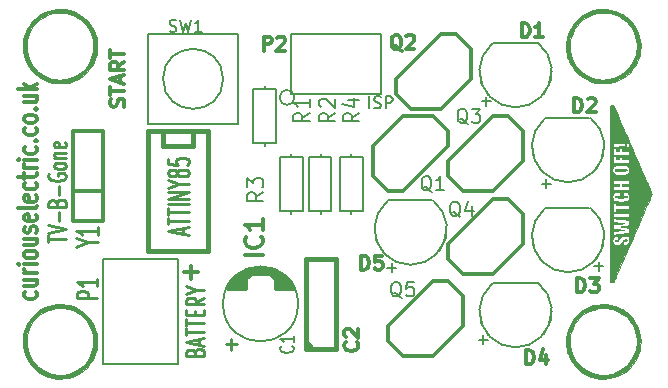
<source format=gto>
G04 #@! TF.GenerationSoftware,KiCad,Pcbnew,(5.1.12)-1*
G04 #@! TF.CreationDate,2022-05-10T20:13:38+01:00*
G04 #@! TF.ProjectId,TV_B_Gone_ML_v1_3,54565f42-5f47-46f6-9e65-5f4d4c5f7631,rev?*
G04 #@! TF.SameCoordinates,Original*
G04 #@! TF.FileFunction,Legend,Top*
G04 #@! TF.FilePolarity,Positive*
%FSLAX46Y46*%
G04 Gerber Fmt 4.6, Leading zero omitted, Abs format (unit mm)*
G04 Created by KiCad (PCBNEW (5.1.12)-1) date 2022-05-10 20:13:38*
%MOMM*%
%LPD*%
G01*
G04 APERTURE LIST*
%ADD10C,0.300000*%
%ADD11C,0.250190*%
%ADD12C,0.251460*%
%ADD13C,0.010000*%
%ADD14C,0.304800*%
%ADD15C,0.127000*%
%ADD16C,0.200000*%
%ADD17C,0.381000*%
%ADD18C,0.269240*%
%ADD19C,0.203200*%
%ADD20C,0.254000*%
%ADD21C,0.150000*%
%ADD22C,0.285750*%
%ADD23C,0.287020*%
%ADD24C,0.271780*%
G04 APERTURE END LIST*
D10*
X37477619Y-80269285D02*
X37553809Y-80383571D01*
X37553809Y-80612142D01*
X37477619Y-80726428D01*
X37401428Y-80783571D01*
X37249047Y-80840714D01*
X36791904Y-80840714D01*
X36639523Y-80783571D01*
X36563333Y-80726428D01*
X36487142Y-80612142D01*
X36487142Y-80383571D01*
X36563333Y-80269285D01*
X36487142Y-79240714D02*
X37553809Y-79240714D01*
X36487142Y-79755000D02*
X37325238Y-79755000D01*
X37477619Y-79697857D01*
X37553809Y-79583571D01*
X37553809Y-79412142D01*
X37477619Y-79297857D01*
X37401428Y-79240714D01*
X37553809Y-78669285D02*
X36487142Y-78669285D01*
X36791904Y-78669285D02*
X36639523Y-78612142D01*
X36563333Y-78555000D01*
X36487142Y-78440714D01*
X36487142Y-78326428D01*
X37553809Y-77926428D02*
X36487142Y-77926428D01*
X35953809Y-77926428D02*
X36030000Y-77983571D01*
X36106190Y-77926428D01*
X36030000Y-77869285D01*
X35953809Y-77926428D01*
X36106190Y-77926428D01*
X37553809Y-77183571D02*
X37477619Y-77297857D01*
X37401428Y-77355000D01*
X37249047Y-77412142D01*
X36791904Y-77412142D01*
X36639523Y-77355000D01*
X36563333Y-77297857D01*
X36487142Y-77183571D01*
X36487142Y-77012142D01*
X36563333Y-76897857D01*
X36639523Y-76840714D01*
X36791904Y-76783571D01*
X37249047Y-76783571D01*
X37401428Y-76840714D01*
X37477619Y-76897857D01*
X37553809Y-77012142D01*
X37553809Y-77183571D01*
X36487142Y-75755000D02*
X37553809Y-75755000D01*
X36487142Y-76269285D02*
X37325238Y-76269285D01*
X37477619Y-76212142D01*
X37553809Y-76097857D01*
X37553809Y-75926428D01*
X37477619Y-75812142D01*
X37401428Y-75755000D01*
X37477619Y-75240714D02*
X37553809Y-75126428D01*
X37553809Y-74897857D01*
X37477619Y-74783571D01*
X37325238Y-74726428D01*
X37249047Y-74726428D01*
X37096666Y-74783571D01*
X37020476Y-74897857D01*
X37020476Y-75069285D01*
X36944285Y-75183571D01*
X36791904Y-75240714D01*
X36715714Y-75240714D01*
X36563333Y-75183571D01*
X36487142Y-75069285D01*
X36487142Y-74897857D01*
X36563333Y-74783571D01*
X37477619Y-73755000D02*
X37553809Y-73869285D01*
X37553809Y-74097857D01*
X37477619Y-74212142D01*
X37325238Y-74269285D01*
X36715714Y-74269285D01*
X36563333Y-74212142D01*
X36487142Y-74097857D01*
X36487142Y-73869285D01*
X36563333Y-73755000D01*
X36715714Y-73697857D01*
X36868095Y-73697857D01*
X37020476Y-74269285D01*
X37553809Y-73012142D02*
X37477619Y-73126428D01*
X37325238Y-73183571D01*
X35953809Y-73183571D01*
X37477619Y-72097857D02*
X37553809Y-72212142D01*
X37553809Y-72440714D01*
X37477619Y-72555000D01*
X37325238Y-72612142D01*
X36715714Y-72612142D01*
X36563333Y-72555000D01*
X36487142Y-72440714D01*
X36487142Y-72212142D01*
X36563333Y-72097857D01*
X36715714Y-72040714D01*
X36868095Y-72040714D01*
X37020476Y-72612142D01*
X37477619Y-71012142D02*
X37553809Y-71126428D01*
X37553809Y-71355000D01*
X37477619Y-71469285D01*
X37401428Y-71526428D01*
X37249047Y-71583571D01*
X36791904Y-71583571D01*
X36639523Y-71526428D01*
X36563333Y-71469285D01*
X36487142Y-71355000D01*
X36487142Y-71126428D01*
X36563333Y-71012142D01*
X36487142Y-70669285D02*
X36487142Y-70212142D01*
X35953809Y-70497857D02*
X37325238Y-70497857D01*
X37477619Y-70440714D01*
X37553809Y-70326428D01*
X37553809Y-70212142D01*
X37553809Y-69812142D02*
X36487142Y-69812142D01*
X36791904Y-69812142D02*
X36639523Y-69755000D01*
X36563333Y-69697857D01*
X36487142Y-69583571D01*
X36487142Y-69469285D01*
X37553809Y-69069285D02*
X36487142Y-69069285D01*
X35953809Y-69069285D02*
X36030000Y-69126428D01*
X36106190Y-69069285D01*
X36030000Y-69012142D01*
X35953809Y-69069285D01*
X36106190Y-69069285D01*
X37477619Y-67983571D02*
X37553809Y-68097857D01*
X37553809Y-68326428D01*
X37477619Y-68440714D01*
X37401428Y-68497857D01*
X37249047Y-68555000D01*
X36791904Y-68555000D01*
X36639523Y-68497857D01*
X36563333Y-68440714D01*
X36487142Y-68326428D01*
X36487142Y-68097857D01*
X36563333Y-67983571D01*
X37401428Y-67469285D02*
X37477619Y-67412142D01*
X37553809Y-67469285D01*
X37477619Y-67526428D01*
X37401428Y-67469285D01*
X37553809Y-67469285D01*
X37477619Y-66383571D02*
X37553809Y-66497857D01*
X37553809Y-66726428D01*
X37477619Y-66840714D01*
X37401428Y-66897857D01*
X37249047Y-66955000D01*
X36791904Y-66955000D01*
X36639523Y-66897857D01*
X36563333Y-66840714D01*
X36487142Y-66726428D01*
X36487142Y-66497857D01*
X36563333Y-66383571D01*
X37553809Y-65697857D02*
X37477619Y-65812142D01*
X37401428Y-65869285D01*
X37249047Y-65926428D01*
X36791904Y-65926428D01*
X36639523Y-65869285D01*
X36563333Y-65812142D01*
X36487142Y-65697857D01*
X36487142Y-65526428D01*
X36563333Y-65412142D01*
X36639523Y-65355000D01*
X36791904Y-65297857D01*
X37249047Y-65297857D01*
X37401428Y-65355000D01*
X37477619Y-65412142D01*
X37553809Y-65526428D01*
X37553809Y-65697857D01*
X37401428Y-64783571D02*
X37477619Y-64726428D01*
X37553809Y-64783571D01*
X37477619Y-64840714D01*
X37401428Y-64783571D01*
X37553809Y-64783571D01*
X36487142Y-63697857D02*
X37553809Y-63697857D01*
X36487142Y-64212142D02*
X37325238Y-64212142D01*
X37477619Y-64155000D01*
X37553809Y-64040714D01*
X37553809Y-63869285D01*
X37477619Y-63755000D01*
X37401428Y-63697857D01*
X37553809Y-63126428D02*
X35953809Y-63126428D01*
X36944285Y-63012142D02*
X37553809Y-62669285D01*
X36487142Y-62669285D02*
X37096666Y-63126428D01*
D11*
X38547947Y-76043971D02*
X38547947Y-75472108D01*
X40049087Y-75758040D02*
X38547947Y-75758040D01*
X38547947Y-75281487D02*
X40049087Y-74947900D01*
X38547947Y-74614314D01*
X39477224Y-74280727D02*
X39477224Y-73518243D01*
X39262775Y-72708104D02*
X39334258Y-72565139D01*
X39405741Y-72517483D01*
X39548707Y-72469828D01*
X39763155Y-72469828D01*
X39906121Y-72517483D01*
X39977604Y-72565139D01*
X40049087Y-72660449D01*
X40049087Y-73041691D01*
X38547947Y-73041691D01*
X38547947Y-72708104D01*
X38619430Y-72612794D01*
X38690912Y-72565139D01*
X38833878Y-72517483D01*
X38976844Y-72517483D01*
X39119810Y-72565139D01*
X39191292Y-72612794D01*
X39262775Y-72708104D01*
X39262775Y-73041691D01*
X39477224Y-72040931D02*
X39477224Y-71278447D01*
X38619430Y-70277687D02*
X38547947Y-70372998D01*
X38547947Y-70515963D01*
X38619430Y-70658929D01*
X38762395Y-70754240D01*
X38905361Y-70801895D01*
X39191292Y-70849550D01*
X39405741Y-70849550D01*
X39691672Y-70801895D01*
X39834638Y-70754240D01*
X39977604Y-70658929D01*
X40049087Y-70515963D01*
X40049087Y-70420653D01*
X39977604Y-70277687D01*
X39906121Y-70230032D01*
X39405741Y-70230032D01*
X39405741Y-70420653D01*
X40049087Y-69658169D02*
X39977604Y-69753480D01*
X39906121Y-69801135D01*
X39763155Y-69848790D01*
X39334258Y-69848790D01*
X39191292Y-69801135D01*
X39119810Y-69753480D01*
X39048327Y-69658169D01*
X39048327Y-69515203D01*
X39119810Y-69419893D01*
X39191292Y-69372238D01*
X39334258Y-69324582D01*
X39763155Y-69324582D01*
X39906121Y-69372238D01*
X39977604Y-69419893D01*
X40049087Y-69515203D01*
X40049087Y-69658169D01*
X39048327Y-68895685D02*
X40049087Y-68895685D01*
X39191292Y-68895685D02*
X39119810Y-68848030D01*
X39048327Y-68752720D01*
X39048327Y-68609754D01*
X39119810Y-68514443D01*
X39262775Y-68466788D01*
X40049087Y-68466788D01*
X39977604Y-67608994D02*
X40049087Y-67704304D01*
X40049087Y-67894925D01*
X39977604Y-67990236D01*
X39834638Y-68037891D01*
X39262775Y-68037891D01*
X39119810Y-67990236D01*
X39048327Y-67894925D01*
X39048327Y-67704304D01*
X39119810Y-67608994D01*
X39262775Y-67561339D01*
X39405741Y-67561339D01*
X39548707Y-68037891D01*
D12*
D13*
G36*
X87181137Y-69866544D02*
G01*
X87300318Y-69868879D01*
X87386772Y-69873130D01*
X87445292Y-69879591D01*
X87480671Y-69888556D01*
X87491810Y-69894521D01*
X87522898Y-69930218D01*
X87513262Y-69960532D01*
X87464313Y-69984190D01*
X87377462Y-69999918D01*
X87374793Y-70000201D01*
X87298110Y-70005305D01*
X87190988Y-70008613D01*
X87065278Y-70010149D01*
X86932837Y-70009938D01*
X86805516Y-70008006D01*
X86695171Y-70004377D01*
X86613654Y-69999077D01*
X86608709Y-69998579D01*
X86555619Y-69988715D01*
X86533138Y-69968584D01*
X86529334Y-69940902D01*
X86542127Y-69897242D01*
X86562815Y-69878679D01*
X86593483Y-69874763D01*
X86659510Y-69871328D01*
X86753920Y-69868568D01*
X86869739Y-69866678D01*
X86999992Y-69865852D01*
X87024436Y-69865832D01*
X87181137Y-69866544D01*
G37*
X87181137Y-69866544D02*
X87300318Y-69868879D01*
X87386772Y-69873130D01*
X87445292Y-69879591D01*
X87480671Y-69888556D01*
X87491810Y-69894521D01*
X87522898Y-69930218D01*
X87513262Y-69960532D01*
X87464313Y-69984190D01*
X87377462Y-69999918D01*
X87374793Y-70000201D01*
X87298110Y-70005305D01*
X87190988Y-70008613D01*
X87065278Y-70010149D01*
X86932837Y-70009938D01*
X86805516Y-70008006D01*
X86695171Y-70004377D01*
X86613654Y-69999077D01*
X86608709Y-69998579D01*
X86555619Y-69988715D01*
X86533138Y-69968584D01*
X86529334Y-69940902D01*
X86542127Y-69897242D01*
X86562815Y-69878679D01*
X86593483Y-69874763D01*
X86659510Y-69871328D01*
X86753920Y-69868568D01*
X86869739Y-69866678D01*
X86999992Y-69865852D01*
X87024436Y-69865832D01*
X87181137Y-69866544D01*
G36*
X85769726Y-56309656D02*
G01*
X86128088Y-56356608D01*
X86481173Y-56443978D01*
X86555727Y-56467952D01*
X86721093Y-56531471D01*
X86903102Y-56615008D01*
X87087385Y-56711066D01*
X87259575Y-56812146D01*
X87405303Y-56910750D01*
X87407750Y-56912572D01*
X87691613Y-57149875D01*
X87942354Y-57412642D01*
X88158835Y-57698603D01*
X88339917Y-58005488D01*
X88484461Y-58331025D01*
X88591329Y-58672946D01*
X88659382Y-59028979D01*
X88687481Y-59396854D01*
X88688209Y-59465603D01*
X88667819Y-59825692D01*
X88607503Y-60176492D01*
X88509029Y-60515126D01*
X88374166Y-60838716D01*
X88204682Y-61144386D01*
X88002347Y-61429257D01*
X87768929Y-61690452D01*
X87506197Y-61925093D01*
X87215919Y-62130305D01*
X86962927Y-62272418D01*
X86667882Y-62403186D01*
X86368316Y-62502610D01*
X86072344Y-62568379D01*
X85825214Y-62596358D01*
X85732135Y-62602043D01*
X85649852Y-62607568D01*
X85591340Y-62612042D01*
X85576834Y-62613409D01*
X85534395Y-62614326D01*
X85461034Y-62612347D01*
X85368033Y-62607881D01*
X85291084Y-62603070D01*
X84941093Y-62558205D01*
X84601447Y-62473897D01*
X84275062Y-62352376D01*
X83964854Y-62195877D01*
X83673740Y-62006629D01*
X83404634Y-61786867D01*
X83160455Y-61538822D01*
X82944117Y-61264727D01*
X82758537Y-60966814D01*
X82606631Y-60647314D01*
X82553717Y-60507635D01*
X82498359Y-60340461D01*
X82456595Y-60188804D01*
X82426766Y-60041820D01*
X82407213Y-59888664D01*
X82396277Y-59718491D01*
X82393163Y-59563445D01*
X82703441Y-59563445D01*
X82710896Y-59731057D01*
X82726549Y-59872212D01*
X82727070Y-59875417D01*
X82803877Y-60222890D01*
X82916788Y-60548422D01*
X83066176Y-60852767D01*
X83252412Y-61136682D01*
X83475866Y-61400923D01*
X83476522Y-61401613D01*
X83719257Y-61628451D01*
X83986731Y-61826715D01*
X84273355Y-61993376D01*
X84573539Y-62125404D01*
X84881692Y-62219771D01*
X85049714Y-62254049D01*
X85198329Y-62272037D01*
X85373835Y-62282330D01*
X85561494Y-62284909D01*
X85746565Y-62279750D01*
X85914308Y-62266835D01*
X86000167Y-62255408D01*
X86320789Y-62182350D01*
X86633243Y-62069556D01*
X86932976Y-61919465D01*
X87215434Y-61734521D01*
X87476063Y-61517164D01*
X87592478Y-61401613D01*
X87815878Y-61137099D01*
X88002991Y-60851062D01*
X88154055Y-60543044D01*
X88269310Y-60212586D01*
X88321626Y-60002165D01*
X88341185Y-59876857D01*
X88354298Y-59721999D01*
X88360967Y-59549325D01*
X88361196Y-59370574D01*
X88354987Y-59197482D01*
X88342342Y-59041786D01*
X88323264Y-58915223D01*
X88321394Y-58906405D01*
X88226327Y-58565050D01*
X88095548Y-58244067D01*
X87931115Y-57945524D01*
X87735086Y-57671488D01*
X87509520Y-57424028D01*
X87256476Y-57205209D01*
X86978010Y-57017100D01*
X86676182Y-56861768D01*
X86353049Y-56741280D01*
X86100363Y-56675540D01*
X85916273Y-56646288D01*
X85706366Y-56629878D01*
X85485161Y-56626308D01*
X85267180Y-56635579D01*
X85066943Y-56657691D01*
X84968637Y-56675540D01*
X84631090Y-56768794D01*
X84313197Y-56898457D01*
X84017070Y-57062410D01*
X83744824Y-57258533D01*
X83498570Y-57484708D01*
X83280422Y-57738813D01*
X83092493Y-58018731D01*
X82936895Y-58322341D01*
X82815743Y-58647525D01*
X82749358Y-58901498D01*
X82727143Y-59038403D01*
X82711878Y-59203465D01*
X82703873Y-59383030D01*
X82703441Y-59563445D01*
X82393163Y-59563445D01*
X82392299Y-59520458D01*
X82392220Y-59451832D01*
X82393263Y-59292221D01*
X82396019Y-59166141D01*
X82401129Y-59064798D01*
X82409234Y-58979405D01*
X82420977Y-58901169D01*
X82436999Y-58821300D01*
X82438843Y-58812963D01*
X82539018Y-58456112D01*
X82675382Y-58118327D01*
X82846034Y-57801872D01*
X83049071Y-57509013D01*
X83282592Y-57242014D01*
X83544696Y-57003141D01*
X83833479Y-56794658D01*
X84147040Y-56618830D01*
X84360924Y-56524051D01*
X84701684Y-56410319D01*
X85052652Y-56336610D01*
X85409956Y-56303023D01*
X85769726Y-56309656D01*
G37*
X85769726Y-56309656D02*
X86128088Y-56356608D01*
X86481173Y-56443978D01*
X86555727Y-56467952D01*
X86721093Y-56531471D01*
X86903102Y-56615008D01*
X87087385Y-56711066D01*
X87259575Y-56812146D01*
X87405303Y-56910750D01*
X87407750Y-56912572D01*
X87691613Y-57149875D01*
X87942354Y-57412642D01*
X88158835Y-57698603D01*
X88339917Y-58005488D01*
X88484461Y-58331025D01*
X88591329Y-58672946D01*
X88659382Y-59028979D01*
X88687481Y-59396854D01*
X88688209Y-59465603D01*
X88667819Y-59825692D01*
X88607503Y-60176492D01*
X88509029Y-60515126D01*
X88374166Y-60838716D01*
X88204682Y-61144386D01*
X88002347Y-61429257D01*
X87768929Y-61690452D01*
X87506197Y-61925093D01*
X87215919Y-62130305D01*
X86962927Y-62272418D01*
X86667882Y-62403186D01*
X86368316Y-62502610D01*
X86072344Y-62568379D01*
X85825214Y-62596358D01*
X85732135Y-62602043D01*
X85649852Y-62607568D01*
X85591340Y-62612042D01*
X85576834Y-62613409D01*
X85534395Y-62614326D01*
X85461034Y-62612347D01*
X85368033Y-62607881D01*
X85291084Y-62603070D01*
X84941093Y-62558205D01*
X84601447Y-62473897D01*
X84275062Y-62352376D01*
X83964854Y-62195877D01*
X83673740Y-62006629D01*
X83404634Y-61786867D01*
X83160455Y-61538822D01*
X82944117Y-61264727D01*
X82758537Y-60966814D01*
X82606631Y-60647314D01*
X82553717Y-60507635D01*
X82498359Y-60340461D01*
X82456595Y-60188804D01*
X82426766Y-60041820D01*
X82407213Y-59888664D01*
X82396277Y-59718491D01*
X82393163Y-59563445D01*
X82703441Y-59563445D01*
X82710896Y-59731057D01*
X82726549Y-59872212D01*
X82727070Y-59875417D01*
X82803877Y-60222890D01*
X82916788Y-60548422D01*
X83066176Y-60852767D01*
X83252412Y-61136682D01*
X83475866Y-61400923D01*
X83476522Y-61401613D01*
X83719257Y-61628451D01*
X83986731Y-61826715D01*
X84273355Y-61993376D01*
X84573539Y-62125404D01*
X84881692Y-62219771D01*
X85049714Y-62254049D01*
X85198329Y-62272037D01*
X85373835Y-62282330D01*
X85561494Y-62284909D01*
X85746565Y-62279750D01*
X85914308Y-62266835D01*
X86000167Y-62255408D01*
X86320789Y-62182350D01*
X86633243Y-62069556D01*
X86932976Y-61919465D01*
X87215434Y-61734521D01*
X87476063Y-61517164D01*
X87592478Y-61401613D01*
X87815878Y-61137099D01*
X88002991Y-60851062D01*
X88154055Y-60543044D01*
X88269310Y-60212586D01*
X88321626Y-60002165D01*
X88341185Y-59876857D01*
X88354298Y-59721999D01*
X88360967Y-59549325D01*
X88361196Y-59370574D01*
X88354987Y-59197482D01*
X88342342Y-59041786D01*
X88323264Y-58915223D01*
X88321394Y-58906405D01*
X88226327Y-58565050D01*
X88095548Y-58244067D01*
X87931115Y-57945524D01*
X87735086Y-57671488D01*
X87509520Y-57424028D01*
X87256476Y-57205209D01*
X86978010Y-57017100D01*
X86676182Y-56861768D01*
X86353049Y-56741280D01*
X86100363Y-56675540D01*
X85916273Y-56646288D01*
X85706366Y-56629878D01*
X85485161Y-56626308D01*
X85267180Y-56635579D01*
X85066943Y-56657691D01*
X84968637Y-56675540D01*
X84631090Y-56768794D01*
X84313197Y-56898457D01*
X84017070Y-57062410D01*
X83744824Y-57258533D01*
X83498570Y-57484708D01*
X83280422Y-57738813D01*
X83092493Y-58018731D01*
X82936895Y-58322341D01*
X82815743Y-58647525D01*
X82749358Y-58901498D01*
X82727143Y-59038403D01*
X82711878Y-59203465D01*
X82703873Y-59383030D01*
X82703441Y-59563445D01*
X82393163Y-59563445D01*
X82392299Y-59520458D01*
X82392220Y-59451832D01*
X82393263Y-59292221D01*
X82396019Y-59166141D01*
X82401129Y-59064798D01*
X82409234Y-58979405D01*
X82420977Y-58901169D01*
X82436999Y-58821300D01*
X82438843Y-58812963D01*
X82539018Y-58456112D01*
X82675382Y-58118327D01*
X82846034Y-57801872D01*
X83049071Y-57509013D01*
X83282592Y-57242014D01*
X83544696Y-57003141D01*
X83833479Y-56794658D01*
X84147040Y-56618830D01*
X84360924Y-56524051D01*
X84701684Y-56410319D01*
X85052652Y-56336610D01*
X85409956Y-56303023D01*
X85769726Y-56309656D01*
G36*
X39676917Y-56305636D02*
G01*
X40016373Y-56337756D01*
X40334400Y-56401140D01*
X40640726Y-56498393D01*
X40945079Y-56632119D01*
X40999337Y-56659711D01*
X41240552Y-56797569D01*
X41459776Y-56951506D01*
X41669181Y-57130707D01*
X41816992Y-57276669D01*
X42046995Y-57541533D01*
X42241342Y-57822694D01*
X42402059Y-58124030D01*
X42531169Y-58449419D01*
X42630700Y-58802739D01*
X42643373Y-58859165D01*
X42663372Y-58985280D01*
X42676859Y-59142389D01*
X42683908Y-59319666D01*
X42684593Y-59506288D01*
X42678987Y-59691430D01*
X42667165Y-59864268D01*
X42649201Y-60013976D01*
X42634952Y-60090700D01*
X42533665Y-60454126D01*
X42397194Y-60795746D01*
X42227060Y-61113862D01*
X42024784Y-61406778D01*
X41791887Y-61672796D01*
X41529891Y-61910218D01*
X41240315Y-62117346D01*
X40924683Y-62292483D01*
X40584513Y-62433932D01*
X40513590Y-62458056D01*
X40203443Y-62542271D01*
X39886792Y-62592500D01*
X39555657Y-62609686D01*
X39295917Y-62601640D01*
X38952201Y-62559185D01*
X38614392Y-62476578D01*
X38286653Y-62355964D01*
X37973147Y-62199490D01*
X37678038Y-62009299D01*
X37405490Y-61787539D01*
X37159665Y-61536354D01*
X37106192Y-61473248D01*
X36891999Y-61182205D01*
X36714789Y-60873179D01*
X36573112Y-60543216D01*
X36465517Y-60189365D01*
X36456049Y-60150332D01*
X36420177Y-59954483D01*
X36397119Y-59731986D01*
X36388376Y-59523747D01*
X36708129Y-59523747D01*
X36713395Y-59690967D01*
X36726105Y-59835372D01*
X36731921Y-59875417D01*
X36808166Y-60215754D01*
X36921557Y-60539987D01*
X37070086Y-60845340D01*
X37251749Y-61129035D01*
X37464540Y-61388297D01*
X37706453Y-61620350D01*
X37975483Y-61822416D01*
X38255696Y-61984754D01*
X38437355Y-62067308D01*
X38635935Y-62142266D01*
X38835467Y-62204244D01*
X39019979Y-62247857D01*
X39054548Y-62254049D01*
X39203162Y-62272037D01*
X39378668Y-62282330D01*
X39566327Y-62284909D01*
X39751398Y-62279750D01*
X39919142Y-62266835D01*
X40005000Y-62255408D01*
X40329064Y-62181801D01*
X40641327Y-62069277D01*
X40938351Y-61920417D01*
X41216697Y-61737804D01*
X41472925Y-61524018D01*
X41703597Y-61281643D01*
X41905273Y-61013260D01*
X42074514Y-60721451D01*
X42090008Y-60690082D01*
X42203179Y-60429061D01*
X42284674Y-60172606D01*
X42337693Y-59907800D01*
X42365436Y-59621723D01*
X42367941Y-59568248D01*
X42365375Y-59250991D01*
X42329930Y-58951630D01*
X42259656Y-58660971D01*
X42152603Y-58369820D01*
X42080560Y-58212726D01*
X41909771Y-57909603D01*
X41707479Y-57633851D01*
X41475802Y-57387120D01*
X41216861Y-57171058D01*
X40932776Y-56987315D01*
X40625665Y-56837541D01*
X40297648Y-56723385D01*
X40105196Y-56675540D01*
X39921107Y-56646288D01*
X39711199Y-56629878D01*
X39489994Y-56626308D01*
X39272013Y-56635579D01*
X39071776Y-56657691D01*
X38973471Y-56675540D01*
X38635966Y-56768807D01*
X38317941Y-56898553D01*
X38021551Y-57062629D01*
X37748953Y-57258886D01*
X37502303Y-57485176D01*
X37283758Y-57739350D01*
X37095473Y-58019260D01*
X36939605Y-58322756D01*
X36818310Y-58647692D01*
X36755371Y-58885660D01*
X36733928Y-59014670D01*
X36718702Y-59172653D01*
X36710000Y-59346661D01*
X36708129Y-59523747D01*
X36388376Y-59523747D01*
X36387238Y-59496652D01*
X36390894Y-59262294D01*
X36408449Y-59042723D01*
X36424164Y-58933248D01*
X36505081Y-58580679D01*
X36622505Y-58245920D01*
X36773992Y-57930945D01*
X36957100Y-57637728D01*
X37169385Y-57368241D01*
X37408404Y-57124459D01*
X37671714Y-56908356D01*
X37956871Y-56721905D01*
X38261433Y-56567079D01*
X38582956Y-56445853D01*
X38918997Y-56360199D01*
X39267113Y-56312093D01*
X39624860Y-56303506D01*
X39676917Y-56305636D01*
G37*
X39676917Y-56305636D02*
X40016373Y-56337756D01*
X40334400Y-56401140D01*
X40640726Y-56498393D01*
X40945079Y-56632119D01*
X40999337Y-56659711D01*
X41240552Y-56797569D01*
X41459776Y-56951506D01*
X41669181Y-57130707D01*
X41816992Y-57276669D01*
X42046995Y-57541533D01*
X42241342Y-57822694D01*
X42402059Y-58124030D01*
X42531169Y-58449419D01*
X42630700Y-58802739D01*
X42643373Y-58859165D01*
X42663372Y-58985280D01*
X42676859Y-59142389D01*
X42683908Y-59319666D01*
X42684593Y-59506288D01*
X42678987Y-59691430D01*
X42667165Y-59864268D01*
X42649201Y-60013976D01*
X42634952Y-60090700D01*
X42533665Y-60454126D01*
X42397194Y-60795746D01*
X42227060Y-61113862D01*
X42024784Y-61406778D01*
X41791887Y-61672796D01*
X41529891Y-61910218D01*
X41240315Y-62117346D01*
X40924683Y-62292483D01*
X40584513Y-62433932D01*
X40513590Y-62458056D01*
X40203443Y-62542271D01*
X39886792Y-62592500D01*
X39555657Y-62609686D01*
X39295917Y-62601640D01*
X38952201Y-62559185D01*
X38614392Y-62476578D01*
X38286653Y-62355964D01*
X37973147Y-62199490D01*
X37678038Y-62009299D01*
X37405490Y-61787539D01*
X37159665Y-61536354D01*
X37106192Y-61473248D01*
X36891999Y-61182205D01*
X36714789Y-60873179D01*
X36573112Y-60543216D01*
X36465517Y-60189365D01*
X36456049Y-60150332D01*
X36420177Y-59954483D01*
X36397119Y-59731986D01*
X36388376Y-59523747D01*
X36708129Y-59523747D01*
X36713395Y-59690967D01*
X36726105Y-59835372D01*
X36731921Y-59875417D01*
X36808166Y-60215754D01*
X36921557Y-60539987D01*
X37070086Y-60845340D01*
X37251749Y-61129035D01*
X37464540Y-61388297D01*
X37706453Y-61620350D01*
X37975483Y-61822416D01*
X38255696Y-61984754D01*
X38437355Y-62067308D01*
X38635935Y-62142266D01*
X38835467Y-62204244D01*
X39019979Y-62247857D01*
X39054548Y-62254049D01*
X39203162Y-62272037D01*
X39378668Y-62282330D01*
X39566327Y-62284909D01*
X39751398Y-62279750D01*
X39919142Y-62266835D01*
X40005000Y-62255408D01*
X40329064Y-62181801D01*
X40641327Y-62069277D01*
X40938351Y-61920417D01*
X41216697Y-61737804D01*
X41472925Y-61524018D01*
X41703597Y-61281643D01*
X41905273Y-61013260D01*
X42074514Y-60721451D01*
X42090008Y-60690082D01*
X42203179Y-60429061D01*
X42284674Y-60172606D01*
X42337693Y-59907800D01*
X42365436Y-59621723D01*
X42367941Y-59568248D01*
X42365375Y-59250991D01*
X42329930Y-58951630D01*
X42259656Y-58660971D01*
X42152603Y-58369820D01*
X42080560Y-58212726D01*
X41909771Y-57909603D01*
X41707479Y-57633851D01*
X41475802Y-57387120D01*
X41216861Y-57171058D01*
X40932776Y-56987315D01*
X40625665Y-56837541D01*
X40297648Y-56723385D01*
X40105196Y-56675540D01*
X39921107Y-56646288D01*
X39711199Y-56629878D01*
X39489994Y-56626308D01*
X39272013Y-56635579D01*
X39071776Y-56657691D01*
X38973471Y-56675540D01*
X38635966Y-56768807D01*
X38317941Y-56898553D01*
X38021551Y-57062629D01*
X37748953Y-57258886D01*
X37502303Y-57485176D01*
X37283758Y-57739350D01*
X37095473Y-58019260D01*
X36939605Y-58322756D01*
X36818310Y-58647692D01*
X36755371Y-58885660D01*
X36733928Y-59014670D01*
X36718702Y-59172653D01*
X36710000Y-59346661D01*
X36708129Y-59523747D01*
X36388376Y-59523747D01*
X36387238Y-59496652D01*
X36390894Y-59262294D01*
X36408449Y-59042723D01*
X36424164Y-58933248D01*
X36505081Y-58580679D01*
X36622505Y-58245920D01*
X36773992Y-57930945D01*
X36957100Y-57637728D01*
X37169385Y-57368241D01*
X37408404Y-57124459D01*
X37671714Y-56908356D01*
X37956871Y-56721905D01*
X38261433Y-56567079D01*
X38582956Y-56445853D01*
X38918997Y-56360199D01*
X39267113Y-56312093D01*
X39624860Y-56303506D01*
X39676917Y-56305636D01*
G36*
X86381247Y-64461069D02*
G01*
X86391345Y-64482072D01*
X86417270Y-64539601D01*
X86458026Y-64631364D01*
X86512617Y-64755071D01*
X86580046Y-64908431D01*
X86659316Y-65089151D01*
X86749431Y-65294941D01*
X86849395Y-65523510D01*
X86958211Y-65772566D01*
X87074882Y-66039819D01*
X87198412Y-66322976D01*
X87327805Y-66619748D01*
X87462064Y-66927842D01*
X87600192Y-67244967D01*
X87741192Y-67568832D01*
X87884070Y-67897147D01*
X88027827Y-68227619D01*
X88171467Y-68557958D01*
X88313995Y-68885872D01*
X88454413Y-69209070D01*
X88591724Y-69525261D01*
X88724933Y-69832154D01*
X88853043Y-70127457D01*
X88975057Y-70408880D01*
X89089979Y-70674130D01*
X89196812Y-70920918D01*
X89294560Y-71146951D01*
X89382226Y-71349939D01*
X89458814Y-71527589D01*
X89523327Y-71677612D01*
X89574769Y-71797716D01*
X89612143Y-71885609D01*
X89634453Y-71939000D01*
X89640834Y-71955616D01*
X89632548Y-71976434D01*
X89608352Y-72033752D01*
X89569241Y-72125286D01*
X89516206Y-72248749D01*
X89450243Y-72401856D01*
X89372344Y-72582320D01*
X89283502Y-72787857D01*
X89184712Y-73016179D01*
X89076966Y-73265001D01*
X88961257Y-73532037D01*
X88838581Y-73815002D01*
X88709929Y-74111609D01*
X88576295Y-74419573D01*
X88438673Y-74736608D01*
X88298056Y-75060427D01*
X88155437Y-75388746D01*
X88011811Y-75719278D01*
X87868170Y-76049737D01*
X87725507Y-76377837D01*
X87584817Y-76701293D01*
X87447093Y-77017819D01*
X87313328Y-77325129D01*
X87184515Y-77620937D01*
X87061648Y-77902957D01*
X86945721Y-78168903D01*
X86837726Y-78416490D01*
X86738658Y-78643431D01*
X86649510Y-78847441D01*
X86571274Y-79026234D01*
X86504945Y-79177524D01*
X86451517Y-79299025D01*
X86411981Y-79388452D01*
X86387333Y-79443518D01*
X86378597Y-79461933D01*
X86355191Y-79461424D01*
X86303167Y-79453844D01*
X86254167Y-79444797D01*
X86137750Y-79421670D01*
X86135222Y-75874269D01*
X86307309Y-75874269D01*
X86312008Y-75985539D01*
X86334671Y-76090306D01*
X86373718Y-76178384D01*
X86427565Y-76239585D01*
X86448040Y-76252014D01*
X86566400Y-76290090D01*
X86696935Y-76299891D01*
X86822521Y-76281074D01*
X86878584Y-76260608D01*
X86929946Y-76229238D01*
X86983101Y-76178925D01*
X87044841Y-76102566D01*
X87090250Y-76039256D01*
X87162359Y-75941523D01*
X87222799Y-75875778D01*
X87279253Y-75836358D01*
X87339404Y-75817601D01*
X87396280Y-75813665D01*
X87461209Y-75826281D01*
X87506642Y-75858688D01*
X87521940Y-75902726D01*
X87521066Y-75909386D01*
X87494825Y-75946525D01*
X87431904Y-75970023D01*
X87330482Y-75980520D01*
X87317792Y-75980888D01*
X87227834Y-75982998D01*
X87227834Y-76304655D01*
X87360125Y-76290163D01*
X87497170Y-76264138D01*
X87598722Y-76217699D01*
X87668222Y-76147053D01*
X87709109Y-76048410D01*
X87724825Y-75917978D01*
X87725250Y-75887748D01*
X87712625Y-75746588D01*
X87673879Y-75638307D01*
X87607708Y-75561485D01*
X87512809Y-75514703D01*
X87387875Y-75496542D01*
X87365277Y-75496198D01*
X87246609Y-75502136D01*
X87151259Y-75523565D01*
X87070585Y-75565798D01*
X86995940Y-75634153D01*
X86918682Y-75733943D01*
X86876854Y-75796543D01*
X86815049Y-75885469D01*
X86763287Y-75942044D01*
X86714034Y-75972429D01*
X86659757Y-75982786D01*
X86648873Y-75982998D01*
X86575714Y-75973784D01*
X86537394Y-75944642D01*
X86529334Y-75908915D01*
X86541038Y-75866938D01*
X86580242Y-75843383D01*
X86653084Y-75834986D01*
X86668648Y-75834832D01*
X86741000Y-75834832D01*
X86741000Y-75511503D01*
X86625379Y-75525092D01*
X86523277Y-75542072D01*
X86451999Y-75568693D01*
X86400168Y-75611250D01*
X86358131Y-75672970D01*
X86322156Y-75766684D01*
X86307309Y-75874269D01*
X86135222Y-75874269D01*
X86134448Y-74788066D01*
X86337966Y-74788066D01*
X86338915Y-74835804D01*
X86347006Y-74870380D01*
X86367564Y-74894712D01*
X86405914Y-74911719D01*
X86467382Y-74924317D01*
X86557293Y-74935424D01*
X86680973Y-74947959D01*
X86762167Y-74956192D01*
X86929356Y-74973689D01*
X87058118Y-74987710D01*
X87152174Y-74998745D01*
X87215243Y-75007285D01*
X87251047Y-75013821D01*
X87263304Y-75018844D01*
X87259584Y-75021817D01*
X87232493Y-75025676D01*
X87171120Y-75032033D01*
X87083395Y-75040230D01*
X86977252Y-75049609D01*
X86860622Y-75059512D01*
X86741438Y-75069280D01*
X86627631Y-75078255D01*
X86527134Y-75085779D01*
X86447879Y-75091194D01*
X86397799Y-75093842D01*
X86389726Y-75093998D01*
X86364534Y-75096032D01*
X86349422Y-75107871D01*
X86341816Y-75138121D01*
X86339145Y-75195389D01*
X86338834Y-75264291D01*
X86338834Y-75434583D01*
X86407625Y-75423106D01*
X86446612Y-75417735D01*
X86521370Y-75408455D01*
X86625592Y-75396010D01*
X86752974Y-75381145D01*
X86897208Y-75364603D01*
X87047917Y-75347584D01*
X87201118Y-75330230D01*
X87342344Y-75313880D01*
X87465571Y-75299260D01*
X87564780Y-75287095D01*
X87633947Y-75278110D01*
X87667042Y-75273032D01*
X87688819Y-75265871D01*
X87702696Y-75250553D01*
X87710445Y-75218907D01*
X87713841Y-75162761D01*
X87714657Y-75073944D01*
X87714667Y-75053617D01*
X87714667Y-74844709D01*
X87645875Y-74832709D01*
X87597797Y-74825182D01*
X87519009Y-74813774D01*
X87420778Y-74800085D01*
X87323084Y-74786873D01*
X87187083Y-74768411D01*
X87092641Y-74753854D01*
X87039328Y-74741734D01*
X87026712Y-74730583D01*
X87054360Y-74718933D01*
X87121843Y-74705315D01*
X87228729Y-74688261D01*
X87291334Y-74678809D01*
X87407901Y-74661029D01*
X87512614Y-74644544D01*
X87596950Y-74630734D01*
X87652390Y-74620980D01*
X87667042Y-74617951D01*
X87688741Y-74610298D01*
X87702603Y-74594647D01*
X87710376Y-74562827D01*
X87713810Y-74506663D01*
X87714655Y-74417985D01*
X87714667Y-74395498D01*
X87714140Y-74299329D01*
X87711394Y-74237360D01*
X87704680Y-74201460D01*
X87692247Y-74183497D01*
X87672348Y-74175340D01*
X87667042Y-74174108D01*
X87634015Y-74169064D01*
X87564860Y-74160145D01*
X87465534Y-74148060D01*
X87341991Y-74133522D01*
X87200190Y-74117241D01*
X87046085Y-74099927D01*
X87037334Y-74098955D01*
X86882039Y-74081532D01*
X86738100Y-74065039D01*
X86611608Y-74050201D01*
X86508658Y-74037744D01*
X86435344Y-74028392D01*
X86397760Y-74022872D01*
X86397042Y-74022733D01*
X86338834Y-74011135D01*
X86338834Y-74182150D01*
X86340797Y-74261215D01*
X86346019Y-74320910D01*
X86353496Y-74351268D01*
X86356054Y-74353165D01*
X86382816Y-74355789D01*
X86442393Y-74362913D01*
X86525639Y-74373411D01*
X86612088Y-74384663D01*
X86741312Y-74400010D01*
X86886766Y-74414652D01*
X87025008Y-74426317D01*
X87081701Y-74430178D01*
X87174775Y-74437007D01*
X87249886Y-74444755D01*
X87298465Y-74452391D01*
X87312500Y-74457958D01*
X87292509Y-74463864D01*
X87237071Y-74471685D01*
X87152988Y-74480680D01*
X87047065Y-74490109D01*
X86947375Y-74497737D01*
X86816948Y-74507280D01*
X86691627Y-74516902D01*
X86581588Y-74525787D01*
X86497006Y-74533123D01*
X86460542Y-74536670D01*
X86338834Y-74549587D01*
X86338834Y-74724248D01*
X86337966Y-74788066D01*
X86134448Y-74788066D01*
X86133595Y-73591165D01*
X86338834Y-73591165D01*
X86338834Y-73929832D01*
X87714667Y-73929832D01*
X87714667Y-73591165D01*
X86338834Y-73591165D01*
X86133595Y-73591165D01*
X86132961Y-72702165D01*
X86338834Y-72702165D01*
X86338834Y-73485332D01*
X86592834Y-73485332D01*
X86592834Y-73273665D01*
X87714667Y-73273665D01*
X87714667Y-72913832D01*
X86592834Y-72913832D01*
X86592834Y-72702165D01*
X86338834Y-72702165D01*
X86132961Y-72702165D01*
X86132598Y-72193898D01*
X86309494Y-72193898D01*
X86325162Y-72336256D01*
X86370305Y-72450022D01*
X86443979Y-72533836D01*
X86545242Y-72586337D01*
X86589364Y-72597526D01*
X86646913Y-72604074D01*
X86736878Y-72608893D01*
X86849374Y-72611974D01*
X86974517Y-72613309D01*
X87102424Y-72612890D01*
X87223212Y-72610708D01*
X87326996Y-72606755D01*
X87403894Y-72601023D01*
X87424932Y-72598227D01*
X87543268Y-72562911D01*
X87631153Y-72499994D01*
X87689716Y-72407952D01*
X87720085Y-72285261D01*
X87725250Y-72192619D01*
X87723157Y-72103946D01*
X87714489Y-72042219D01*
X87695669Y-71992155D01*
X87667132Y-71944501D01*
X87613992Y-71877247D01*
X87553032Y-71831372D01*
X87473886Y-71801860D01*
X87366184Y-71783697D01*
X87326428Y-71779681D01*
X87164334Y-71764992D01*
X87164334Y-72109498D01*
X87254292Y-72110718D01*
X87336873Y-72115460D01*
X87420006Y-72125445D01*
X87428917Y-72126952D01*
X87484149Y-72140747D01*
X87508539Y-72161792D01*
X87513584Y-72194316D01*
X87503650Y-72234983D01*
X87466172Y-72256306D01*
X87450084Y-72260244D01*
X87402592Y-72265678D01*
X87322029Y-72270021D01*
X87217643Y-72273220D01*
X87098684Y-72275219D01*
X86974399Y-72275963D01*
X86854038Y-72275397D01*
X86746850Y-72273467D01*
X86662084Y-72270117D01*
X86608989Y-72265292D01*
X86608709Y-72265246D01*
X86556095Y-72252416D01*
X86533683Y-72230420D01*
X86529334Y-72194165D01*
X86534994Y-72154810D01*
X86560043Y-72134304D01*
X86608709Y-72123084D01*
X86678914Y-72115148D01*
X86763976Y-72110352D01*
X86799209Y-72109731D01*
X86910334Y-72109498D01*
X86910334Y-71764544D01*
X86728629Y-71777367D01*
X86602689Y-71791799D01*
X86509556Y-71817590D01*
X86440258Y-71859246D01*
X86385827Y-71921275D01*
X86360934Y-71962147D01*
X86328363Y-72034241D01*
X86312761Y-72110266D01*
X86309494Y-72193898D01*
X86132598Y-72193898D01*
X86132429Y-71957091D01*
X86131618Y-70818332D01*
X86338834Y-70818332D01*
X86338834Y-71156998D01*
X86825667Y-71156998D01*
X86825667Y-71283998D01*
X86338834Y-71283998D01*
X86338834Y-71622665D01*
X87714667Y-71622665D01*
X87714667Y-71283998D01*
X87122000Y-71283998D01*
X87122000Y-71156998D01*
X87714667Y-71156998D01*
X87714667Y-70818332D01*
X86338834Y-70818332D01*
X86131618Y-70818332D01*
X86131018Y-69977473D01*
X86303180Y-69977473D01*
X86305687Y-69999453D01*
X86343026Y-70131947D01*
X86407330Y-70232050D01*
X86498308Y-70299446D01*
X86613495Y-70333520D01*
X86686630Y-70340115D01*
X86790633Y-70344696D01*
X86914279Y-70347261D01*
X87046339Y-70347808D01*
X87175587Y-70346335D01*
X87290798Y-70342839D01*
X87380742Y-70337319D01*
X87413589Y-70333678D01*
X87535479Y-70299187D01*
X87627980Y-70234399D01*
X87691411Y-70138959D01*
X87726094Y-70012516D01*
X87729336Y-69986166D01*
X87726081Y-69859914D01*
X87692589Y-69744561D01*
X87633240Y-69647956D01*
X87552413Y-69577947D01*
X87485384Y-69548964D01*
X87439603Y-69542063D01*
X87359844Y-69536065D01*
X87254460Y-69531348D01*
X87131803Y-69528295D01*
X87010195Y-69527283D01*
X86849241Y-69528295D01*
X86724085Y-69532238D01*
X86628228Y-69540308D01*
X86555172Y-69553702D01*
X86498416Y-69573616D01*
X86451462Y-69601249D01*
X86407810Y-69637797D01*
X86407252Y-69638320D01*
X86363930Y-69700009D01*
X86329135Y-69787794D01*
X86307381Y-69885631D01*
X86303180Y-69977473D01*
X86131018Y-69977473D01*
X86130169Y-68786332D01*
X86338834Y-68786332D01*
X86338834Y-69378998D01*
X87714667Y-69378998D01*
X87714667Y-69019165D01*
X87122000Y-69019165D01*
X87122000Y-68807498D01*
X86868000Y-68807498D01*
X86868000Y-69019165D01*
X86592834Y-69019165D01*
X86592834Y-68786332D01*
X86338834Y-68786332D01*
X86130169Y-68786332D01*
X86129656Y-68066665D01*
X86338834Y-68066665D01*
X86338834Y-68680498D01*
X87714667Y-68680498D01*
X87714667Y-68320665D01*
X87122000Y-68320665D01*
X87122000Y-68108998D01*
X86868000Y-68108998D01*
X86868000Y-68320665D01*
X86592834Y-68320665D01*
X86592834Y-68066665D01*
X86338834Y-68066665D01*
X86129656Y-68066665D01*
X86129599Y-67986155D01*
X86338834Y-67986155D01*
X86460542Y-67974100D01*
X86530978Y-67968321D01*
X86629974Y-67961767D01*
X86743789Y-67955286D01*
X86846834Y-67950248D01*
X86962264Y-67944551D01*
X87075158Y-67938022D01*
X87171771Y-67931510D01*
X87233125Y-67926397D01*
X87354834Y-67914342D01*
X87354834Y-67670655D01*
X87063792Y-67656439D01*
X86931486Y-67649769D01*
X86809650Y-67643332D01*
X87439500Y-67643332D01*
X87439500Y-67960832D01*
X87714667Y-67960832D01*
X87714667Y-67643332D01*
X87439500Y-67643332D01*
X86809650Y-67643332D01*
X86790135Y-67642301D01*
X86657213Y-67634976D01*
X86555792Y-67629076D01*
X86338834Y-67615930D01*
X86338834Y-67986155D01*
X86129599Y-67986155D01*
X86127107Y-64492512D01*
X86245817Y-64467868D01*
X86313058Y-64457357D01*
X86363160Y-64455865D01*
X86381247Y-64461069D01*
G37*
X86381247Y-64461069D02*
X86391345Y-64482072D01*
X86417270Y-64539601D01*
X86458026Y-64631364D01*
X86512617Y-64755071D01*
X86580046Y-64908431D01*
X86659316Y-65089151D01*
X86749431Y-65294941D01*
X86849395Y-65523510D01*
X86958211Y-65772566D01*
X87074882Y-66039819D01*
X87198412Y-66322976D01*
X87327805Y-66619748D01*
X87462064Y-66927842D01*
X87600192Y-67244967D01*
X87741192Y-67568832D01*
X87884070Y-67897147D01*
X88027827Y-68227619D01*
X88171467Y-68557958D01*
X88313995Y-68885872D01*
X88454413Y-69209070D01*
X88591724Y-69525261D01*
X88724933Y-69832154D01*
X88853043Y-70127457D01*
X88975057Y-70408880D01*
X89089979Y-70674130D01*
X89196812Y-70920918D01*
X89294560Y-71146951D01*
X89382226Y-71349939D01*
X89458814Y-71527589D01*
X89523327Y-71677612D01*
X89574769Y-71797716D01*
X89612143Y-71885609D01*
X89634453Y-71939000D01*
X89640834Y-71955616D01*
X89632548Y-71976434D01*
X89608352Y-72033752D01*
X89569241Y-72125286D01*
X89516206Y-72248749D01*
X89450243Y-72401856D01*
X89372344Y-72582320D01*
X89283502Y-72787857D01*
X89184712Y-73016179D01*
X89076966Y-73265001D01*
X88961257Y-73532037D01*
X88838581Y-73815002D01*
X88709929Y-74111609D01*
X88576295Y-74419573D01*
X88438673Y-74736608D01*
X88298056Y-75060427D01*
X88155437Y-75388746D01*
X88011811Y-75719278D01*
X87868170Y-76049737D01*
X87725507Y-76377837D01*
X87584817Y-76701293D01*
X87447093Y-77017819D01*
X87313328Y-77325129D01*
X87184515Y-77620937D01*
X87061648Y-77902957D01*
X86945721Y-78168903D01*
X86837726Y-78416490D01*
X86738658Y-78643431D01*
X86649510Y-78847441D01*
X86571274Y-79026234D01*
X86504945Y-79177524D01*
X86451517Y-79299025D01*
X86411981Y-79388452D01*
X86387333Y-79443518D01*
X86378597Y-79461933D01*
X86355191Y-79461424D01*
X86303167Y-79453844D01*
X86254167Y-79444797D01*
X86137750Y-79421670D01*
X86135222Y-75874269D01*
X86307309Y-75874269D01*
X86312008Y-75985539D01*
X86334671Y-76090306D01*
X86373718Y-76178384D01*
X86427565Y-76239585D01*
X86448040Y-76252014D01*
X86566400Y-76290090D01*
X86696935Y-76299891D01*
X86822521Y-76281074D01*
X86878584Y-76260608D01*
X86929946Y-76229238D01*
X86983101Y-76178925D01*
X87044841Y-76102566D01*
X87090250Y-76039256D01*
X87162359Y-75941523D01*
X87222799Y-75875778D01*
X87279253Y-75836358D01*
X87339404Y-75817601D01*
X87396280Y-75813665D01*
X87461209Y-75826281D01*
X87506642Y-75858688D01*
X87521940Y-75902726D01*
X87521066Y-75909386D01*
X87494825Y-75946525D01*
X87431904Y-75970023D01*
X87330482Y-75980520D01*
X87317792Y-75980888D01*
X87227834Y-75982998D01*
X87227834Y-76304655D01*
X87360125Y-76290163D01*
X87497170Y-76264138D01*
X87598722Y-76217699D01*
X87668222Y-76147053D01*
X87709109Y-76048410D01*
X87724825Y-75917978D01*
X87725250Y-75887748D01*
X87712625Y-75746588D01*
X87673879Y-75638307D01*
X87607708Y-75561485D01*
X87512809Y-75514703D01*
X87387875Y-75496542D01*
X87365277Y-75496198D01*
X87246609Y-75502136D01*
X87151259Y-75523565D01*
X87070585Y-75565798D01*
X86995940Y-75634153D01*
X86918682Y-75733943D01*
X86876854Y-75796543D01*
X86815049Y-75885469D01*
X86763287Y-75942044D01*
X86714034Y-75972429D01*
X86659757Y-75982786D01*
X86648873Y-75982998D01*
X86575714Y-75973784D01*
X86537394Y-75944642D01*
X86529334Y-75908915D01*
X86541038Y-75866938D01*
X86580242Y-75843383D01*
X86653084Y-75834986D01*
X86668648Y-75834832D01*
X86741000Y-75834832D01*
X86741000Y-75511503D01*
X86625379Y-75525092D01*
X86523277Y-75542072D01*
X86451999Y-75568693D01*
X86400168Y-75611250D01*
X86358131Y-75672970D01*
X86322156Y-75766684D01*
X86307309Y-75874269D01*
X86135222Y-75874269D01*
X86134448Y-74788066D01*
X86337966Y-74788066D01*
X86338915Y-74835804D01*
X86347006Y-74870380D01*
X86367564Y-74894712D01*
X86405914Y-74911719D01*
X86467382Y-74924317D01*
X86557293Y-74935424D01*
X86680973Y-74947959D01*
X86762167Y-74956192D01*
X86929356Y-74973689D01*
X87058118Y-74987710D01*
X87152174Y-74998745D01*
X87215243Y-75007285D01*
X87251047Y-75013821D01*
X87263304Y-75018844D01*
X87259584Y-75021817D01*
X87232493Y-75025676D01*
X87171120Y-75032033D01*
X87083395Y-75040230D01*
X86977252Y-75049609D01*
X86860622Y-75059512D01*
X86741438Y-75069280D01*
X86627631Y-75078255D01*
X86527134Y-75085779D01*
X86447879Y-75091194D01*
X86397799Y-75093842D01*
X86389726Y-75093998D01*
X86364534Y-75096032D01*
X86349422Y-75107871D01*
X86341816Y-75138121D01*
X86339145Y-75195389D01*
X86338834Y-75264291D01*
X86338834Y-75434583D01*
X86407625Y-75423106D01*
X86446612Y-75417735D01*
X86521370Y-75408455D01*
X86625592Y-75396010D01*
X86752974Y-75381145D01*
X86897208Y-75364603D01*
X87047917Y-75347584D01*
X87201118Y-75330230D01*
X87342344Y-75313880D01*
X87465571Y-75299260D01*
X87564780Y-75287095D01*
X87633947Y-75278110D01*
X87667042Y-75273032D01*
X87688819Y-75265871D01*
X87702696Y-75250553D01*
X87710445Y-75218907D01*
X87713841Y-75162761D01*
X87714657Y-75073944D01*
X87714667Y-75053617D01*
X87714667Y-74844709D01*
X87645875Y-74832709D01*
X87597797Y-74825182D01*
X87519009Y-74813774D01*
X87420778Y-74800085D01*
X87323084Y-74786873D01*
X87187083Y-74768411D01*
X87092641Y-74753854D01*
X87039328Y-74741734D01*
X87026712Y-74730583D01*
X87054360Y-74718933D01*
X87121843Y-74705315D01*
X87228729Y-74688261D01*
X87291334Y-74678809D01*
X87407901Y-74661029D01*
X87512614Y-74644544D01*
X87596950Y-74630734D01*
X87652390Y-74620980D01*
X87667042Y-74617951D01*
X87688741Y-74610298D01*
X87702603Y-74594647D01*
X87710376Y-74562827D01*
X87713810Y-74506663D01*
X87714655Y-74417985D01*
X87714667Y-74395498D01*
X87714140Y-74299329D01*
X87711394Y-74237360D01*
X87704680Y-74201460D01*
X87692247Y-74183497D01*
X87672348Y-74175340D01*
X87667042Y-74174108D01*
X87634015Y-74169064D01*
X87564860Y-74160145D01*
X87465534Y-74148060D01*
X87341991Y-74133522D01*
X87200190Y-74117241D01*
X87046085Y-74099927D01*
X87037334Y-74098955D01*
X86882039Y-74081532D01*
X86738100Y-74065039D01*
X86611608Y-74050201D01*
X86508658Y-74037744D01*
X86435344Y-74028392D01*
X86397760Y-74022872D01*
X86397042Y-74022733D01*
X86338834Y-74011135D01*
X86338834Y-74182150D01*
X86340797Y-74261215D01*
X86346019Y-74320910D01*
X86353496Y-74351268D01*
X86356054Y-74353165D01*
X86382816Y-74355789D01*
X86442393Y-74362913D01*
X86525639Y-74373411D01*
X86612088Y-74384663D01*
X86741312Y-74400010D01*
X86886766Y-74414652D01*
X87025008Y-74426317D01*
X87081701Y-74430178D01*
X87174775Y-74437007D01*
X87249886Y-74444755D01*
X87298465Y-74452391D01*
X87312500Y-74457958D01*
X87292509Y-74463864D01*
X87237071Y-74471685D01*
X87152988Y-74480680D01*
X87047065Y-74490109D01*
X86947375Y-74497737D01*
X86816948Y-74507280D01*
X86691627Y-74516902D01*
X86581588Y-74525787D01*
X86497006Y-74533123D01*
X86460542Y-74536670D01*
X86338834Y-74549587D01*
X86338834Y-74724248D01*
X86337966Y-74788066D01*
X86134448Y-74788066D01*
X86133595Y-73591165D01*
X86338834Y-73591165D01*
X86338834Y-73929832D01*
X87714667Y-73929832D01*
X87714667Y-73591165D01*
X86338834Y-73591165D01*
X86133595Y-73591165D01*
X86132961Y-72702165D01*
X86338834Y-72702165D01*
X86338834Y-73485332D01*
X86592834Y-73485332D01*
X86592834Y-73273665D01*
X87714667Y-73273665D01*
X87714667Y-72913832D01*
X86592834Y-72913832D01*
X86592834Y-72702165D01*
X86338834Y-72702165D01*
X86132961Y-72702165D01*
X86132598Y-72193898D01*
X86309494Y-72193898D01*
X86325162Y-72336256D01*
X86370305Y-72450022D01*
X86443979Y-72533836D01*
X86545242Y-72586337D01*
X86589364Y-72597526D01*
X86646913Y-72604074D01*
X86736878Y-72608893D01*
X86849374Y-72611974D01*
X86974517Y-72613309D01*
X87102424Y-72612890D01*
X87223212Y-72610708D01*
X87326996Y-72606755D01*
X87403894Y-72601023D01*
X87424932Y-72598227D01*
X87543268Y-72562911D01*
X87631153Y-72499994D01*
X87689716Y-72407952D01*
X87720085Y-72285261D01*
X87725250Y-72192619D01*
X87723157Y-72103946D01*
X87714489Y-72042219D01*
X87695669Y-71992155D01*
X87667132Y-71944501D01*
X87613992Y-71877247D01*
X87553032Y-71831372D01*
X87473886Y-71801860D01*
X87366184Y-71783697D01*
X87326428Y-71779681D01*
X87164334Y-71764992D01*
X87164334Y-72109498D01*
X87254292Y-72110718D01*
X87336873Y-72115460D01*
X87420006Y-72125445D01*
X87428917Y-72126952D01*
X87484149Y-72140747D01*
X87508539Y-72161792D01*
X87513584Y-72194316D01*
X87503650Y-72234983D01*
X87466172Y-72256306D01*
X87450084Y-72260244D01*
X87402592Y-72265678D01*
X87322029Y-72270021D01*
X87217643Y-72273220D01*
X87098684Y-72275219D01*
X86974399Y-72275963D01*
X86854038Y-72275397D01*
X86746850Y-72273467D01*
X86662084Y-72270117D01*
X86608989Y-72265292D01*
X86608709Y-72265246D01*
X86556095Y-72252416D01*
X86533683Y-72230420D01*
X86529334Y-72194165D01*
X86534994Y-72154810D01*
X86560043Y-72134304D01*
X86608709Y-72123084D01*
X86678914Y-72115148D01*
X86763976Y-72110352D01*
X86799209Y-72109731D01*
X86910334Y-72109498D01*
X86910334Y-71764544D01*
X86728629Y-71777367D01*
X86602689Y-71791799D01*
X86509556Y-71817590D01*
X86440258Y-71859246D01*
X86385827Y-71921275D01*
X86360934Y-71962147D01*
X86328363Y-72034241D01*
X86312761Y-72110266D01*
X86309494Y-72193898D01*
X86132598Y-72193898D01*
X86132429Y-71957091D01*
X86131618Y-70818332D01*
X86338834Y-70818332D01*
X86338834Y-71156998D01*
X86825667Y-71156998D01*
X86825667Y-71283998D01*
X86338834Y-71283998D01*
X86338834Y-71622665D01*
X87714667Y-71622665D01*
X87714667Y-71283998D01*
X87122000Y-71283998D01*
X87122000Y-71156998D01*
X87714667Y-71156998D01*
X87714667Y-70818332D01*
X86338834Y-70818332D01*
X86131618Y-70818332D01*
X86131018Y-69977473D01*
X86303180Y-69977473D01*
X86305687Y-69999453D01*
X86343026Y-70131947D01*
X86407330Y-70232050D01*
X86498308Y-70299446D01*
X86613495Y-70333520D01*
X86686630Y-70340115D01*
X86790633Y-70344696D01*
X86914279Y-70347261D01*
X87046339Y-70347808D01*
X87175587Y-70346335D01*
X87290798Y-70342839D01*
X87380742Y-70337319D01*
X87413589Y-70333678D01*
X87535479Y-70299187D01*
X87627980Y-70234399D01*
X87691411Y-70138959D01*
X87726094Y-70012516D01*
X87729336Y-69986166D01*
X87726081Y-69859914D01*
X87692589Y-69744561D01*
X87633240Y-69647956D01*
X87552413Y-69577947D01*
X87485384Y-69548964D01*
X87439603Y-69542063D01*
X87359844Y-69536065D01*
X87254460Y-69531348D01*
X87131803Y-69528295D01*
X87010195Y-69527283D01*
X86849241Y-69528295D01*
X86724085Y-69532238D01*
X86628228Y-69540308D01*
X86555172Y-69553702D01*
X86498416Y-69573616D01*
X86451462Y-69601249D01*
X86407810Y-69637797D01*
X86407252Y-69638320D01*
X86363930Y-69700009D01*
X86329135Y-69787794D01*
X86307381Y-69885631D01*
X86303180Y-69977473D01*
X86131018Y-69977473D01*
X86130169Y-68786332D01*
X86338834Y-68786332D01*
X86338834Y-69378998D01*
X87714667Y-69378998D01*
X87714667Y-69019165D01*
X87122000Y-69019165D01*
X87122000Y-68807498D01*
X86868000Y-68807498D01*
X86868000Y-69019165D01*
X86592834Y-69019165D01*
X86592834Y-68786332D01*
X86338834Y-68786332D01*
X86130169Y-68786332D01*
X86129656Y-68066665D01*
X86338834Y-68066665D01*
X86338834Y-68680498D01*
X87714667Y-68680498D01*
X87714667Y-68320665D01*
X87122000Y-68320665D01*
X87122000Y-68108998D01*
X86868000Y-68108998D01*
X86868000Y-68320665D01*
X86592834Y-68320665D01*
X86592834Y-68066665D01*
X86338834Y-68066665D01*
X86129656Y-68066665D01*
X86129599Y-67986155D01*
X86338834Y-67986155D01*
X86460542Y-67974100D01*
X86530978Y-67968321D01*
X86629974Y-67961767D01*
X86743789Y-67955286D01*
X86846834Y-67950248D01*
X86962264Y-67944551D01*
X87075158Y-67938022D01*
X87171771Y-67931510D01*
X87233125Y-67926397D01*
X87354834Y-67914342D01*
X87354834Y-67670655D01*
X87063792Y-67656439D01*
X86931486Y-67649769D01*
X86809650Y-67643332D01*
X87439500Y-67643332D01*
X87439500Y-67960832D01*
X87714667Y-67960832D01*
X87714667Y-67643332D01*
X87439500Y-67643332D01*
X86809650Y-67643332D01*
X86790135Y-67642301D01*
X86657213Y-67634976D01*
X86555792Y-67629076D01*
X86338834Y-67615930D01*
X86338834Y-67986155D01*
X86129599Y-67986155D01*
X86127107Y-64492512D01*
X86245817Y-64467868D01*
X86313058Y-64457357D01*
X86363160Y-64455865D01*
X86381247Y-64461069D01*
G36*
X85769726Y-81307489D02*
G01*
X86128088Y-81354441D01*
X86481173Y-81441812D01*
X86555727Y-81465786D01*
X86721093Y-81529304D01*
X86903102Y-81612841D01*
X87087385Y-81708899D01*
X87259575Y-81809979D01*
X87405303Y-81908583D01*
X87407750Y-81910405D01*
X87691613Y-82147708D01*
X87942354Y-82410476D01*
X88158835Y-82696437D01*
X88339917Y-83003321D01*
X88484461Y-83328859D01*
X88591329Y-83670779D01*
X88659382Y-84026812D01*
X88687481Y-84394687D01*
X88688209Y-84463436D01*
X88667819Y-84823525D01*
X88607503Y-85174325D01*
X88509029Y-85512959D01*
X88374166Y-85836549D01*
X88204682Y-86142219D01*
X88002347Y-86427090D01*
X87768929Y-86688285D01*
X87506197Y-86922927D01*
X87215919Y-87128138D01*
X86962927Y-87270251D01*
X86667882Y-87401020D01*
X86368316Y-87500443D01*
X86072344Y-87566212D01*
X85825214Y-87594192D01*
X85732135Y-87599877D01*
X85649852Y-87605402D01*
X85591340Y-87609876D01*
X85576834Y-87611242D01*
X85534395Y-87612159D01*
X85461034Y-87610180D01*
X85368033Y-87605714D01*
X85291084Y-87600903D01*
X84941093Y-87556039D01*
X84601447Y-87471730D01*
X84275062Y-87350210D01*
X83964854Y-87193710D01*
X83673740Y-87004463D01*
X83404634Y-86784701D01*
X83160455Y-86536656D01*
X82944117Y-86262560D01*
X82758537Y-85964647D01*
X82606631Y-85645148D01*
X82553717Y-85505469D01*
X82498359Y-85338294D01*
X82456595Y-85186637D01*
X82426766Y-85039653D01*
X82407213Y-84886497D01*
X82396277Y-84716325D01*
X82393163Y-84561279D01*
X82703441Y-84561279D01*
X82710896Y-84728890D01*
X82726549Y-84870045D01*
X82727070Y-84873250D01*
X82803877Y-85220723D01*
X82916788Y-85546255D01*
X83066176Y-85850601D01*
X83252412Y-86134516D01*
X83475866Y-86398757D01*
X83476522Y-86399446D01*
X83719257Y-86626285D01*
X83986731Y-86824549D01*
X84273355Y-86991209D01*
X84573539Y-87123237D01*
X84881692Y-87217604D01*
X85049714Y-87251882D01*
X85198329Y-87269870D01*
X85373835Y-87280164D01*
X85561494Y-87282742D01*
X85746565Y-87277584D01*
X85914308Y-87264668D01*
X86000167Y-87253241D01*
X86320789Y-87180183D01*
X86633243Y-87067389D01*
X86932976Y-86917299D01*
X87215434Y-86732354D01*
X87476063Y-86514997D01*
X87592478Y-86399446D01*
X87815878Y-86134933D01*
X88002991Y-85848896D01*
X88154055Y-85540877D01*
X88269310Y-85210420D01*
X88321626Y-84999998D01*
X88341185Y-84874691D01*
X88354298Y-84719832D01*
X88360967Y-84547159D01*
X88361196Y-84368408D01*
X88354987Y-84195316D01*
X88342342Y-84039620D01*
X88323264Y-83913056D01*
X88321394Y-83904238D01*
X88226327Y-83562883D01*
X88095548Y-83241900D01*
X87931115Y-82943357D01*
X87735086Y-82669322D01*
X87509520Y-82421861D01*
X87256476Y-82203043D01*
X86978010Y-82014934D01*
X86676182Y-81859602D01*
X86353049Y-81739114D01*
X86100363Y-81673373D01*
X85916273Y-81644121D01*
X85706366Y-81627711D01*
X85485161Y-81624141D01*
X85267180Y-81633412D01*
X85066943Y-81655524D01*
X84968637Y-81673373D01*
X84631090Y-81766627D01*
X84313197Y-81896291D01*
X84017070Y-82060244D01*
X83744824Y-82256367D01*
X83498570Y-82482541D01*
X83280422Y-82736646D01*
X83092493Y-83016564D01*
X82936895Y-83320175D01*
X82815743Y-83645359D01*
X82749358Y-83899332D01*
X82727143Y-84036237D01*
X82711878Y-84201299D01*
X82703873Y-84380864D01*
X82703441Y-84561279D01*
X82393163Y-84561279D01*
X82392299Y-84518291D01*
X82392220Y-84449665D01*
X82393263Y-84290055D01*
X82396019Y-84163974D01*
X82401129Y-84062632D01*
X82409234Y-83977238D01*
X82420977Y-83899002D01*
X82436999Y-83819133D01*
X82438843Y-83810796D01*
X82539018Y-83453945D01*
X82675382Y-83116160D01*
X82846034Y-82799705D01*
X83049071Y-82506846D01*
X83282592Y-82239848D01*
X83544696Y-82000974D01*
X83833479Y-81792491D01*
X84147040Y-81616663D01*
X84360924Y-81521884D01*
X84701684Y-81408153D01*
X85052652Y-81334444D01*
X85409956Y-81300856D01*
X85769726Y-81307489D01*
G37*
X85769726Y-81307489D02*
X86128088Y-81354441D01*
X86481173Y-81441812D01*
X86555727Y-81465786D01*
X86721093Y-81529304D01*
X86903102Y-81612841D01*
X87087385Y-81708899D01*
X87259575Y-81809979D01*
X87405303Y-81908583D01*
X87407750Y-81910405D01*
X87691613Y-82147708D01*
X87942354Y-82410476D01*
X88158835Y-82696437D01*
X88339917Y-83003321D01*
X88484461Y-83328859D01*
X88591329Y-83670779D01*
X88659382Y-84026812D01*
X88687481Y-84394687D01*
X88688209Y-84463436D01*
X88667819Y-84823525D01*
X88607503Y-85174325D01*
X88509029Y-85512959D01*
X88374166Y-85836549D01*
X88204682Y-86142219D01*
X88002347Y-86427090D01*
X87768929Y-86688285D01*
X87506197Y-86922927D01*
X87215919Y-87128138D01*
X86962927Y-87270251D01*
X86667882Y-87401020D01*
X86368316Y-87500443D01*
X86072344Y-87566212D01*
X85825214Y-87594192D01*
X85732135Y-87599877D01*
X85649852Y-87605402D01*
X85591340Y-87609876D01*
X85576834Y-87611242D01*
X85534395Y-87612159D01*
X85461034Y-87610180D01*
X85368033Y-87605714D01*
X85291084Y-87600903D01*
X84941093Y-87556039D01*
X84601447Y-87471730D01*
X84275062Y-87350210D01*
X83964854Y-87193710D01*
X83673740Y-87004463D01*
X83404634Y-86784701D01*
X83160455Y-86536656D01*
X82944117Y-86262560D01*
X82758537Y-85964647D01*
X82606631Y-85645148D01*
X82553717Y-85505469D01*
X82498359Y-85338294D01*
X82456595Y-85186637D01*
X82426766Y-85039653D01*
X82407213Y-84886497D01*
X82396277Y-84716325D01*
X82393163Y-84561279D01*
X82703441Y-84561279D01*
X82710896Y-84728890D01*
X82726549Y-84870045D01*
X82727070Y-84873250D01*
X82803877Y-85220723D01*
X82916788Y-85546255D01*
X83066176Y-85850601D01*
X83252412Y-86134516D01*
X83475866Y-86398757D01*
X83476522Y-86399446D01*
X83719257Y-86626285D01*
X83986731Y-86824549D01*
X84273355Y-86991209D01*
X84573539Y-87123237D01*
X84881692Y-87217604D01*
X85049714Y-87251882D01*
X85198329Y-87269870D01*
X85373835Y-87280164D01*
X85561494Y-87282742D01*
X85746565Y-87277584D01*
X85914308Y-87264668D01*
X86000167Y-87253241D01*
X86320789Y-87180183D01*
X86633243Y-87067389D01*
X86932976Y-86917299D01*
X87215434Y-86732354D01*
X87476063Y-86514997D01*
X87592478Y-86399446D01*
X87815878Y-86134933D01*
X88002991Y-85848896D01*
X88154055Y-85540877D01*
X88269310Y-85210420D01*
X88321626Y-84999998D01*
X88341185Y-84874691D01*
X88354298Y-84719832D01*
X88360967Y-84547159D01*
X88361196Y-84368408D01*
X88354987Y-84195316D01*
X88342342Y-84039620D01*
X88323264Y-83913056D01*
X88321394Y-83904238D01*
X88226327Y-83562883D01*
X88095548Y-83241900D01*
X87931115Y-82943357D01*
X87735086Y-82669322D01*
X87509520Y-82421861D01*
X87256476Y-82203043D01*
X86978010Y-82014934D01*
X86676182Y-81859602D01*
X86353049Y-81739114D01*
X86100363Y-81673373D01*
X85916273Y-81644121D01*
X85706366Y-81627711D01*
X85485161Y-81624141D01*
X85267180Y-81633412D01*
X85066943Y-81655524D01*
X84968637Y-81673373D01*
X84631090Y-81766627D01*
X84313197Y-81896291D01*
X84017070Y-82060244D01*
X83744824Y-82256367D01*
X83498570Y-82482541D01*
X83280422Y-82736646D01*
X83092493Y-83016564D01*
X82936895Y-83320175D01*
X82815743Y-83645359D01*
X82749358Y-83899332D01*
X82727143Y-84036237D01*
X82711878Y-84201299D01*
X82703873Y-84380864D01*
X82703441Y-84561279D01*
X82393163Y-84561279D01*
X82392299Y-84518291D01*
X82392220Y-84449665D01*
X82393263Y-84290055D01*
X82396019Y-84163974D01*
X82401129Y-84062632D01*
X82409234Y-83977238D01*
X82420977Y-83899002D01*
X82436999Y-83819133D01*
X82438843Y-83810796D01*
X82539018Y-83453945D01*
X82675382Y-83116160D01*
X82846034Y-82799705D01*
X83049071Y-82506846D01*
X83282592Y-82239848D01*
X83544696Y-82000974D01*
X83833479Y-81792491D01*
X84147040Y-81616663D01*
X84360924Y-81521884D01*
X84701684Y-81408153D01*
X85052652Y-81334444D01*
X85409956Y-81300856D01*
X85769726Y-81307489D01*
G36*
X39676917Y-81303469D02*
G01*
X40016373Y-81335589D01*
X40334400Y-81398973D01*
X40640726Y-81496226D01*
X40945079Y-81629953D01*
X40999337Y-81657544D01*
X41240552Y-81795402D01*
X41459776Y-81949339D01*
X41669181Y-82128540D01*
X41816992Y-82274503D01*
X42046995Y-82539366D01*
X42241342Y-82820527D01*
X42402059Y-83121863D01*
X42531169Y-83447252D01*
X42630700Y-83800572D01*
X42643373Y-83856998D01*
X42663372Y-83983113D01*
X42676859Y-84140222D01*
X42683908Y-84317499D01*
X42684593Y-84504121D01*
X42678987Y-84689263D01*
X42667165Y-84862101D01*
X42649201Y-85011809D01*
X42634952Y-85088533D01*
X42533665Y-85451959D01*
X42397194Y-85793579D01*
X42227060Y-86111696D01*
X42024784Y-86404612D01*
X41791887Y-86670629D01*
X41529891Y-86908051D01*
X41240315Y-87115179D01*
X40924683Y-87290317D01*
X40584513Y-87431766D01*
X40513590Y-87455889D01*
X40203443Y-87540104D01*
X39886792Y-87590334D01*
X39555657Y-87607519D01*
X39295917Y-87599473D01*
X38952201Y-87557018D01*
X38614392Y-87474411D01*
X38286653Y-87353797D01*
X37973147Y-87197323D01*
X37678038Y-87007133D01*
X37405490Y-86785372D01*
X37159665Y-86534187D01*
X37106192Y-86471082D01*
X36891999Y-86180039D01*
X36714789Y-85871012D01*
X36573112Y-85541050D01*
X36465517Y-85187198D01*
X36456049Y-85148165D01*
X36420177Y-84952316D01*
X36397119Y-84729819D01*
X36388376Y-84521581D01*
X36708129Y-84521581D01*
X36713395Y-84688800D01*
X36726105Y-84833206D01*
X36731921Y-84873250D01*
X36808166Y-85213587D01*
X36921557Y-85537820D01*
X37070086Y-85843173D01*
X37251749Y-86126868D01*
X37464540Y-86386131D01*
X37706453Y-86618183D01*
X37975483Y-86820250D01*
X38255696Y-86982587D01*
X38437355Y-87065142D01*
X38635935Y-87140100D01*
X38835467Y-87202077D01*
X39019979Y-87245690D01*
X39054548Y-87251882D01*
X39203162Y-87269870D01*
X39378668Y-87280164D01*
X39566327Y-87282742D01*
X39751398Y-87277584D01*
X39919142Y-87264668D01*
X40005000Y-87253241D01*
X40329064Y-87179634D01*
X40641327Y-87067110D01*
X40938351Y-86918250D01*
X41216697Y-86735637D01*
X41472925Y-86521852D01*
X41703597Y-86279477D01*
X41905273Y-86011094D01*
X42074514Y-85719285D01*
X42090008Y-85687915D01*
X42203179Y-85426894D01*
X42284674Y-85170440D01*
X42337693Y-84905633D01*
X42365436Y-84619557D01*
X42367941Y-84566082D01*
X42365375Y-84248824D01*
X42329930Y-83949463D01*
X42259656Y-83658804D01*
X42152603Y-83367653D01*
X42080560Y-83210559D01*
X41909771Y-82907436D01*
X41707479Y-82631685D01*
X41475802Y-82384953D01*
X41216861Y-82168891D01*
X40932776Y-81985148D01*
X40625665Y-81835374D01*
X40297648Y-81721218D01*
X40105196Y-81673373D01*
X39921107Y-81644121D01*
X39711199Y-81627711D01*
X39489994Y-81624141D01*
X39272013Y-81633412D01*
X39071776Y-81655524D01*
X38973471Y-81673373D01*
X38635966Y-81766641D01*
X38317941Y-81896387D01*
X38021551Y-82060463D01*
X37748953Y-82256720D01*
X37502303Y-82483009D01*
X37283758Y-82737183D01*
X37095473Y-83017093D01*
X36939605Y-83320590D01*
X36818310Y-83645525D01*
X36755371Y-83883494D01*
X36733928Y-84012504D01*
X36718702Y-84170486D01*
X36710000Y-84344494D01*
X36708129Y-84521581D01*
X36388376Y-84521581D01*
X36387238Y-84494485D01*
X36390894Y-84260127D01*
X36408449Y-84040556D01*
X36424164Y-83931082D01*
X36505081Y-83578512D01*
X36622505Y-83243754D01*
X36773992Y-82928779D01*
X36957100Y-82635561D01*
X37169385Y-82366074D01*
X37408404Y-82122293D01*
X37671714Y-81906189D01*
X37956871Y-81719738D01*
X38261433Y-81564912D01*
X38582956Y-81443686D01*
X38918997Y-81358033D01*
X39267113Y-81309926D01*
X39624860Y-81301340D01*
X39676917Y-81303469D01*
G37*
X39676917Y-81303469D02*
X40016373Y-81335589D01*
X40334400Y-81398973D01*
X40640726Y-81496226D01*
X40945079Y-81629953D01*
X40999337Y-81657544D01*
X41240552Y-81795402D01*
X41459776Y-81949339D01*
X41669181Y-82128540D01*
X41816992Y-82274503D01*
X42046995Y-82539366D01*
X42241342Y-82820527D01*
X42402059Y-83121863D01*
X42531169Y-83447252D01*
X42630700Y-83800572D01*
X42643373Y-83856998D01*
X42663372Y-83983113D01*
X42676859Y-84140222D01*
X42683908Y-84317499D01*
X42684593Y-84504121D01*
X42678987Y-84689263D01*
X42667165Y-84862101D01*
X42649201Y-85011809D01*
X42634952Y-85088533D01*
X42533665Y-85451959D01*
X42397194Y-85793579D01*
X42227060Y-86111696D01*
X42024784Y-86404612D01*
X41791887Y-86670629D01*
X41529891Y-86908051D01*
X41240315Y-87115179D01*
X40924683Y-87290317D01*
X40584513Y-87431766D01*
X40513590Y-87455889D01*
X40203443Y-87540104D01*
X39886792Y-87590334D01*
X39555657Y-87607519D01*
X39295917Y-87599473D01*
X38952201Y-87557018D01*
X38614392Y-87474411D01*
X38286653Y-87353797D01*
X37973147Y-87197323D01*
X37678038Y-87007133D01*
X37405490Y-86785372D01*
X37159665Y-86534187D01*
X37106192Y-86471082D01*
X36891999Y-86180039D01*
X36714789Y-85871012D01*
X36573112Y-85541050D01*
X36465517Y-85187198D01*
X36456049Y-85148165D01*
X36420177Y-84952316D01*
X36397119Y-84729819D01*
X36388376Y-84521581D01*
X36708129Y-84521581D01*
X36713395Y-84688800D01*
X36726105Y-84833206D01*
X36731921Y-84873250D01*
X36808166Y-85213587D01*
X36921557Y-85537820D01*
X37070086Y-85843173D01*
X37251749Y-86126868D01*
X37464540Y-86386131D01*
X37706453Y-86618183D01*
X37975483Y-86820250D01*
X38255696Y-86982587D01*
X38437355Y-87065142D01*
X38635935Y-87140100D01*
X38835467Y-87202077D01*
X39019979Y-87245690D01*
X39054548Y-87251882D01*
X39203162Y-87269870D01*
X39378668Y-87280164D01*
X39566327Y-87282742D01*
X39751398Y-87277584D01*
X39919142Y-87264668D01*
X40005000Y-87253241D01*
X40329064Y-87179634D01*
X40641327Y-87067110D01*
X40938351Y-86918250D01*
X41216697Y-86735637D01*
X41472925Y-86521852D01*
X41703597Y-86279477D01*
X41905273Y-86011094D01*
X42074514Y-85719285D01*
X42090008Y-85687915D01*
X42203179Y-85426894D01*
X42284674Y-85170440D01*
X42337693Y-84905633D01*
X42365436Y-84619557D01*
X42367941Y-84566082D01*
X42365375Y-84248824D01*
X42329930Y-83949463D01*
X42259656Y-83658804D01*
X42152603Y-83367653D01*
X42080560Y-83210559D01*
X41909771Y-82907436D01*
X41707479Y-82631685D01*
X41475802Y-82384953D01*
X41216861Y-82168891D01*
X40932776Y-81985148D01*
X40625665Y-81835374D01*
X40297648Y-81721218D01*
X40105196Y-81673373D01*
X39921107Y-81644121D01*
X39711199Y-81627711D01*
X39489994Y-81624141D01*
X39272013Y-81633412D01*
X39071776Y-81655524D01*
X38973471Y-81673373D01*
X38635966Y-81766641D01*
X38317941Y-81896387D01*
X38021551Y-82060463D01*
X37748953Y-82256720D01*
X37502303Y-82483009D01*
X37283758Y-82737183D01*
X37095473Y-83017093D01*
X36939605Y-83320590D01*
X36818310Y-83645525D01*
X36755371Y-83883494D01*
X36733928Y-84012504D01*
X36718702Y-84170486D01*
X36710000Y-84344494D01*
X36708129Y-84521581D01*
X36388376Y-84521581D01*
X36387238Y-84494485D01*
X36390894Y-84260127D01*
X36408449Y-84040556D01*
X36424164Y-83931082D01*
X36505081Y-83578512D01*
X36622505Y-83243754D01*
X36773992Y-82928779D01*
X36957100Y-82635561D01*
X37169385Y-82366074D01*
X37408404Y-82122293D01*
X37671714Y-81906189D01*
X37956871Y-81719738D01*
X38261433Y-81564912D01*
X38582956Y-81443686D01*
X38918997Y-81358033D01*
X39267113Y-81309926D01*
X39624860Y-81301340D01*
X39676917Y-81303469D01*
D14*
X40640000Y-71755000D02*
X43180000Y-71755000D01*
X43180000Y-66675000D02*
X43180000Y-74295000D01*
X40640000Y-66675000D02*
X43180000Y-66675000D01*
X40640000Y-74295000D02*
X40640000Y-66675000D01*
X43180000Y-74295000D02*
X40640000Y-74295000D01*
D15*
X46990000Y-58420000D02*
X46990000Y-66040000D01*
X54610000Y-66040000D02*
X46990000Y-66040000D01*
X54610000Y-58420000D02*
X54610000Y-66040000D01*
X46990000Y-58420000D02*
X54610000Y-58420000D01*
X53340000Y-62230000D02*
G75*
G03*
X53340000Y-62230000I-2540000J0D01*
G01*
D16*
X60071000Y-73406000D02*
X60071000Y-68834000D01*
X58166000Y-73406000D02*
X60071000Y-73406000D01*
X58166000Y-68834000D02*
X58166000Y-73406000D01*
X60071000Y-68834000D02*
X58166000Y-68834000D01*
X59055000Y-73406000D02*
X59055000Y-73660000D01*
X59055000Y-68834000D02*
X59055000Y-68580000D01*
X60579000Y-68834000D02*
X60579000Y-73406000D01*
X62484000Y-68834000D02*
X60579000Y-68834000D01*
X62484000Y-73406000D02*
X62484000Y-68834000D01*
X60579000Y-73406000D02*
X62484000Y-73406000D01*
X61595000Y-68834000D02*
X61595000Y-68580000D01*
X61595000Y-73406000D02*
X61595000Y-73660000D01*
X55880000Y-63119000D02*
X55880000Y-67691000D01*
X57785000Y-63119000D02*
X55880000Y-63119000D01*
X57785000Y-67691000D02*
X57785000Y-63119000D01*
X55880000Y-67691000D02*
X57785000Y-67691000D01*
X56896000Y-63119000D02*
X56896000Y-62865000D01*
X56896000Y-67691000D02*
X56896000Y-67945000D01*
X65151000Y-73406000D02*
X65151000Y-68834000D01*
X63246000Y-73406000D02*
X65151000Y-73406000D01*
X63246000Y-68834000D02*
X63246000Y-73406000D01*
X65151000Y-68834000D02*
X63246000Y-68834000D01*
X64135000Y-73406000D02*
X64135000Y-73660000D01*
X64135000Y-68834000D02*
X64135000Y-68580000D01*
D17*
X46990000Y-66675000D02*
X52070000Y-66675000D01*
X46990000Y-76835000D02*
X46990000Y-66675000D01*
X52070000Y-76835000D02*
X46990000Y-76835000D01*
X52070000Y-66675000D02*
X52070000Y-76835000D01*
X48260000Y-67945000D02*
X48260000Y-66675000D01*
X50800000Y-67945000D02*
X48260000Y-67945000D01*
X50800000Y-66675000D02*
X50800000Y-67945000D01*
D16*
X59390000Y-63800000D02*
G75*
G03*
X59390000Y-63800000I-635000J0D01*
G01*
X59055000Y-58420000D02*
X66675000Y-58420000D01*
X66675000Y-58420000D02*
X66675000Y-63500000D01*
X66675000Y-63500000D02*
X59055000Y-63500000D01*
X59055000Y-63500000D02*
X59055000Y-58420000D01*
D14*
X71755000Y-58420000D02*
X67945000Y-62230000D01*
X67945000Y-62230000D02*
X67945000Y-63500000D01*
X67945000Y-63500000D02*
X69215000Y-64770000D01*
X69215000Y-64770000D02*
X71755000Y-64770000D01*
X71755000Y-64770000D02*
X74295000Y-62230000D01*
X74295000Y-62230000D02*
X74295000Y-59690000D01*
X74295000Y-59690000D02*
X73025000Y-58420000D01*
X73025000Y-58420000D02*
X71755000Y-58420000D01*
X76200000Y-65405000D02*
X72390000Y-69215000D01*
X72390000Y-69215000D02*
X72390000Y-70485000D01*
X72390000Y-70485000D02*
X73660000Y-71755000D01*
X73660000Y-71755000D02*
X76200000Y-71755000D01*
X76200000Y-71755000D02*
X78740000Y-69215000D01*
X78740000Y-69215000D02*
X78740000Y-66675000D01*
X78740000Y-66675000D02*
X77470000Y-65405000D01*
X77470000Y-65405000D02*
X76200000Y-65405000D01*
X76200000Y-72390000D02*
X72390000Y-76200000D01*
X72390000Y-76200000D02*
X72390000Y-77470000D01*
X72390000Y-77470000D02*
X73660000Y-78740000D01*
X73660000Y-78740000D02*
X76200000Y-78740000D01*
X76200000Y-78740000D02*
X78740000Y-76200000D01*
X78740000Y-76200000D02*
X78740000Y-73660000D01*
X78740000Y-73660000D02*
X77470000Y-72390000D01*
X77470000Y-72390000D02*
X76200000Y-72390000D01*
X71120000Y-79375000D02*
X67310000Y-83185000D01*
X67310000Y-83185000D02*
X67310000Y-84455000D01*
X67310000Y-84455000D02*
X68580000Y-85725000D01*
X68580000Y-85725000D02*
X71120000Y-85725000D01*
X71120000Y-85725000D02*
X73660000Y-83185000D01*
X73660000Y-83185000D02*
X73660000Y-80645000D01*
X73660000Y-80645000D02*
X72390000Y-79375000D01*
X72390000Y-79375000D02*
X71120000Y-79375000D01*
X67310000Y-71755000D02*
X68580000Y-71755000D01*
X66040000Y-70485000D02*
X67310000Y-71755000D01*
X66040000Y-67945000D02*
X66040000Y-70485000D01*
X68580000Y-65405000D02*
X66040000Y-67945000D01*
X71120000Y-65405000D02*
X68580000Y-65405000D01*
X72390000Y-66675000D02*
X71120000Y-65405000D01*
X72390000Y-67945000D02*
X72390000Y-66675000D01*
X68580000Y-71755000D02*
X72390000Y-67945000D01*
D16*
X67310000Y-72517000D02*
X70993000Y-72517000D01*
X67310000Y-72517000D02*
X67183000Y-72644000D01*
X66167000Y-74930000D02*
G75*
G03*
X69215000Y-77978000I3048000J0D01*
G01*
X69215000Y-77978000D02*
G75*
G03*
X72263000Y-74930000I0J3048000D01*
G01*
X67183000Y-72644000D02*
G75*
G03*
X66929000Y-76962000I2032000J-2286000D01*
G01*
X71628000Y-76835000D02*
G75*
G03*
X71120000Y-72517000I-2413000J1905000D01*
G01*
X76200000Y-79502000D02*
X79883000Y-79502000D01*
X76200000Y-79502000D02*
X76073000Y-79629000D01*
X75057000Y-81915000D02*
G75*
G03*
X78105000Y-84963000I3048000J0D01*
G01*
X78105000Y-84963000D02*
G75*
G03*
X81153000Y-81915000I0J3048000D01*
G01*
X76073000Y-79629000D02*
G75*
G03*
X75819000Y-83947000I2032000J-2286000D01*
G01*
X80518000Y-83820000D02*
G75*
G03*
X80010000Y-79502000I-2413000J1905000D01*
G01*
X80645000Y-73152000D02*
X84328000Y-73152000D01*
X80645000Y-73152000D02*
X80518000Y-73279000D01*
X79502000Y-75565000D02*
G75*
G03*
X82550000Y-78613000I3048000J0D01*
G01*
X82550000Y-78613000D02*
G75*
G03*
X85598000Y-75565000I0J3048000D01*
G01*
X80518000Y-73279000D02*
G75*
G03*
X80264000Y-77597000I2032000J-2286000D01*
G01*
X84963000Y-77470000D02*
G75*
G03*
X84455000Y-73152000I-2413000J1905000D01*
G01*
X80645000Y-65532000D02*
X84328000Y-65532000D01*
X80645000Y-65532000D02*
X80518000Y-65659000D01*
X79502000Y-67945000D02*
G75*
G03*
X82550000Y-70993000I3048000J0D01*
G01*
X82550000Y-70993000D02*
G75*
G03*
X85598000Y-67945000I0J3048000D01*
G01*
X80518000Y-65659000D02*
G75*
G03*
X80264000Y-69977000I2032000J-2286000D01*
G01*
X84963000Y-69850000D02*
G75*
G03*
X84455000Y-65532000I-2413000J1905000D01*
G01*
X76200000Y-59182000D02*
X79883000Y-59182000D01*
X76200000Y-59182000D02*
X76073000Y-59309000D01*
X75057000Y-61595000D02*
G75*
G03*
X78105000Y-64643000I3048000J0D01*
G01*
X78105000Y-64643000D02*
G75*
G03*
X81153000Y-61595000I0J3048000D01*
G01*
X76073000Y-59309000D02*
G75*
G03*
X75819000Y-63627000I2032000J-2286000D01*
G01*
X80518000Y-63500000D02*
G75*
G03*
X80010000Y-59182000I-2413000J1905000D01*
G01*
D15*
X59690000Y-81280000D02*
G75*
G03*
X59690000Y-81280000I-3175000J0D01*
G01*
D10*
X59309000Y-80010000D02*
X57785000Y-80010000D01*
X55245000Y-80010000D02*
X53721000Y-80010000D01*
X55245000Y-79756000D02*
X53848000Y-79756000D01*
X55245000Y-79502000D02*
X54102000Y-79502000D01*
X55245000Y-79248000D02*
X54229000Y-79248000D01*
X58166000Y-78740000D02*
X54737000Y-78740000D01*
X55245000Y-78994000D02*
X54483000Y-78994000D01*
X55245000Y-78486000D02*
X57658000Y-78486000D01*
X57150000Y-78359000D02*
X55753000Y-78359000D01*
X57785000Y-79756000D02*
X59055000Y-79756000D01*
X57785000Y-79502000D02*
X58928000Y-79502000D01*
X57785000Y-79248000D02*
X58674000Y-79248000D01*
X57785000Y-78994000D02*
X58547000Y-78994000D01*
X53975000Y-79629000D02*
X54737000Y-79629000D01*
X54737000Y-78867000D02*
X53975000Y-79629000D01*
X55372000Y-78486000D02*
X54737000Y-78867000D01*
X56134000Y-78232000D02*
X55372000Y-78486000D01*
X57277000Y-78359000D02*
X56134000Y-78232000D01*
X57785000Y-78486000D02*
X57277000Y-78359000D01*
X58674000Y-79121000D02*
X57785000Y-78486000D01*
X59182000Y-80010000D02*
X58674000Y-79121000D01*
X55245000Y-80010000D02*
X55245000Y-78994000D01*
X55245000Y-79248000D02*
X55245000Y-78613000D01*
X57785000Y-80010000D02*
X57785000Y-78740000D01*
X57785000Y-79248000D02*
X57277000Y-78740000D01*
X55753000Y-78740000D02*
X55372000Y-79121000D01*
D17*
X60325000Y-85090000D02*
X62865000Y-85090000D01*
X62865000Y-85090000D02*
X62865000Y-77470000D01*
X62865000Y-77470000D02*
X60325000Y-77470000D01*
X60325000Y-77470000D02*
X60325000Y-85090000D01*
D14*
X60960000Y-85090000D02*
X60325000Y-84455000D01*
D16*
X49530000Y-77470000D02*
X49530000Y-86360000D01*
X49530000Y-86360000D02*
X43180000Y-86360000D01*
X43180000Y-86360000D02*
X43180000Y-77470000D01*
X43180000Y-77470000D02*
X49530000Y-77470000D01*
D18*
X41867364Y-76077838D02*
X42720078Y-76077838D01*
X40929378Y-76436824D02*
X41867364Y-76077838D01*
X40929378Y-75718851D01*
X42720078Y-74795742D02*
X42720078Y-75411148D01*
X42720078Y-75103445D02*
X40929378Y-75103445D01*
X41185192Y-75206013D01*
X41355735Y-75308580D01*
X41441007Y-75411148D01*
D19*
X48810333Y-58196238D02*
X48955476Y-58244619D01*
X49197380Y-58244619D01*
X49294142Y-58196238D01*
X49342523Y-58147857D01*
X49390904Y-58051095D01*
X49390904Y-57954333D01*
X49342523Y-57857571D01*
X49294142Y-57809190D01*
X49197380Y-57760809D01*
X49003857Y-57712428D01*
X48907095Y-57664047D01*
X48858714Y-57615666D01*
X48810333Y-57518904D01*
X48810333Y-57422142D01*
X48858714Y-57325380D01*
X48907095Y-57277000D01*
X49003857Y-57228619D01*
X49245761Y-57228619D01*
X49390904Y-57277000D01*
X49729571Y-57228619D02*
X49971476Y-58244619D01*
X50165000Y-57518904D01*
X50358523Y-58244619D01*
X50600428Y-57228619D01*
X51519666Y-58244619D02*
X50939095Y-58244619D01*
X51229380Y-58244619D02*
X51229380Y-57228619D01*
X51132619Y-57373761D01*
X51035857Y-57470523D01*
X50939095Y-57518904D01*
D10*
X44935714Y-64601428D02*
X44992857Y-64430000D01*
X44992857Y-64144285D01*
X44935714Y-64030000D01*
X44878571Y-63972857D01*
X44764285Y-63915714D01*
X44650000Y-63915714D01*
X44535714Y-63972857D01*
X44478571Y-64030000D01*
X44421428Y-64144285D01*
X44364285Y-64372857D01*
X44307142Y-64487142D01*
X44250000Y-64544285D01*
X44135714Y-64601428D01*
X44021428Y-64601428D01*
X43907142Y-64544285D01*
X43850000Y-64487142D01*
X43792857Y-64372857D01*
X43792857Y-64087142D01*
X43850000Y-63915714D01*
X43792857Y-63572857D02*
X43792857Y-62887142D01*
X44992857Y-63230000D02*
X43792857Y-63230000D01*
X44650000Y-62544285D02*
X44650000Y-61972857D01*
X44992857Y-62658571D02*
X43792857Y-62258571D01*
X44992857Y-61858571D01*
X44992857Y-60772857D02*
X44421428Y-61172857D01*
X44992857Y-61458571D02*
X43792857Y-61458571D01*
X43792857Y-61001428D01*
X43850000Y-60887142D01*
X43907142Y-60830000D01*
X44021428Y-60772857D01*
X44192857Y-60772857D01*
X44307142Y-60830000D01*
X44364285Y-60887142D01*
X44421428Y-61001428D01*
X44421428Y-61458571D01*
X43792857Y-60430000D02*
X43792857Y-59744285D01*
X44992857Y-60087142D02*
X43792857Y-60087142D01*
D19*
X60702976Y-65108666D02*
X60037738Y-65532000D01*
X60702976Y-65834380D02*
X59305976Y-65834380D01*
X59305976Y-65350571D01*
X59372500Y-65229619D01*
X59439023Y-65169142D01*
X59572071Y-65108666D01*
X59771642Y-65108666D01*
X59904690Y-65169142D01*
X59971214Y-65229619D01*
X60037738Y-65350571D01*
X60037738Y-65834380D01*
X60702976Y-63899142D02*
X60702976Y-64624857D01*
X60702976Y-64262000D02*
X59305976Y-64262000D01*
X59505547Y-64382952D01*
X59638595Y-64503904D01*
X59705119Y-64624857D01*
X62861976Y-65108666D02*
X62196738Y-65532000D01*
X62861976Y-65834380D02*
X61464976Y-65834380D01*
X61464976Y-65350571D01*
X61531500Y-65229619D01*
X61598023Y-65169142D01*
X61731071Y-65108666D01*
X61930642Y-65108666D01*
X62063690Y-65169142D01*
X62130214Y-65229619D01*
X62196738Y-65350571D01*
X62196738Y-65834380D01*
X61598023Y-64624857D02*
X61531500Y-64564380D01*
X61464976Y-64443428D01*
X61464976Y-64141047D01*
X61531500Y-64020095D01*
X61598023Y-63959619D01*
X61731071Y-63899142D01*
X61864119Y-63899142D01*
X62063690Y-63959619D01*
X62861976Y-64685333D01*
X62861976Y-63899142D01*
X56765976Y-71839666D02*
X56100738Y-72263000D01*
X56765976Y-72565380D02*
X55368976Y-72565380D01*
X55368976Y-72081571D01*
X55435500Y-71960619D01*
X55502023Y-71900142D01*
X55635071Y-71839666D01*
X55834642Y-71839666D01*
X55967690Y-71900142D01*
X56034214Y-71960619D01*
X56100738Y-72081571D01*
X56100738Y-72565380D01*
X55368976Y-71416333D02*
X55368976Y-70630142D01*
X55901166Y-71053476D01*
X55901166Y-70872047D01*
X55967690Y-70751095D01*
X56034214Y-70690619D01*
X56167261Y-70630142D01*
X56499880Y-70630142D01*
X56632928Y-70690619D01*
X56699452Y-70751095D01*
X56765976Y-70872047D01*
X56765976Y-71234904D01*
X56699452Y-71355857D01*
X56632928Y-71416333D01*
X64893976Y-65108666D02*
X64228738Y-65532000D01*
X64893976Y-65834380D02*
X63496976Y-65834380D01*
X63496976Y-65350571D01*
X63563500Y-65229619D01*
X63630023Y-65169142D01*
X63763071Y-65108666D01*
X63962642Y-65108666D01*
X64095690Y-65169142D01*
X64162214Y-65229619D01*
X64228738Y-65350571D01*
X64228738Y-65834380D01*
X63962642Y-64020095D02*
X64893976Y-64020095D01*
X63430452Y-64322476D02*
X64428309Y-64624857D01*
X64428309Y-63838666D01*
D14*
X56696428Y-77179714D02*
X55172428Y-77179714D01*
X56551285Y-75583142D02*
X56623857Y-75655714D01*
X56696428Y-75873428D01*
X56696428Y-76018571D01*
X56623857Y-76236285D01*
X56478714Y-76381428D01*
X56333571Y-76454000D01*
X56043285Y-76526571D01*
X55825571Y-76526571D01*
X55535285Y-76454000D01*
X55390142Y-76381428D01*
X55245000Y-76236285D01*
X55172428Y-76018571D01*
X55172428Y-75873428D01*
X55245000Y-75655714D01*
X55317571Y-75583142D01*
X56696428Y-74131714D02*
X56696428Y-75002571D01*
X56696428Y-74567142D02*
X55172428Y-74567142D01*
X55390142Y-74712285D01*
X55535285Y-74857428D01*
X55607857Y-75002571D01*
D20*
X49953333Y-75329142D02*
X49953333Y-74845333D01*
X50461333Y-75425904D02*
X48683333Y-75087238D01*
X50461333Y-74748571D01*
X48683333Y-74555047D02*
X48683333Y-73974476D01*
X50461333Y-74264761D02*
X48683333Y-74264761D01*
X48683333Y-73780952D02*
X48683333Y-73200380D01*
X50461333Y-73490666D02*
X48683333Y-73490666D01*
X50461333Y-72861714D02*
X48683333Y-72861714D01*
X50461333Y-72377904D02*
X48683333Y-72377904D01*
X50461333Y-71797333D01*
X48683333Y-71797333D01*
X49614666Y-71120000D02*
X50461333Y-71120000D01*
X48683333Y-71458666D02*
X49614666Y-71120000D01*
X48683333Y-70781333D01*
X49445333Y-70297523D02*
X49360666Y-70394285D01*
X49276000Y-70442666D01*
X49106666Y-70491047D01*
X49022000Y-70491047D01*
X48852666Y-70442666D01*
X48768000Y-70394285D01*
X48683333Y-70297523D01*
X48683333Y-70104000D01*
X48768000Y-70007238D01*
X48852666Y-69958857D01*
X49022000Y-69910476D01*
X49106666Y-69910476D01*
X49276000Y-69958857D01*
X49360666Y-70007238D01*
X49445333Y-70104000D01*
X49445333Y-70297523D01*
X49530000Y-70394285D01*
X49614666Y-70442666D01*
X49784000Y-70491047D01*
X50122666Y-70491047D01*
X50292000Y-70442666D01*
X50376666Y-70394285D01*
X50461333Y-70297523D01*
X50461333Y-70104000D01*
X50376666Y-70007238D01*
X50292000Y-69958857D01*
X50122666Y-69910476D01*
X49784000Y-69910476D01*
X49614666Y-69958857D01*
X49530000Y-70007238D01*
X49445333Y-70104000D01*
X48683333Y-68991238D02*
X48683333Y-69475047D01*
X49530000Y-69523428D01*
X49445333Y-69475047D01*
X49360666Y-69378285D01*
X49360666Y-69136380D01*
X49445333Y-69039619D01*
X49530000Y-68991238D01*
X49699333Y-68942857D01*
X50122666Y-68942857D01*
X50292000Y-68991238D01*
X50376666Y-69039619D01*
X50461333Y-69136380D01*
X50461333Y-69378285D01*
X50376666Y-69475047D01*
X50292000Y-69523428D01*
D10*
X56772285Y-59851857D02*
X56772285Y-58651857D01*
X57229428Y-58651857D01*
X57343714Y-58709000D01*
X57400857Y-58766142D01*
X57458000Y-58880428D01*
X57458000Y-59051857D01*
X57400857Y-59166142D01*
X57343714Y-59223285D01*
X57229428Y-59280428D01*
X56772285Y-59280428D01*
X57915142Y-58766142D02*
X57972285Y-58709000D01*
X58086571Y-58651857D01*
X58372285Y-58651857D01*
X58486571Y-58709000D01*
X58543714Y-58766142D01*
X58600857Y-58880428D01*
X58600857Y-58994714D01*
X58543714Y-59166142D01*
X57858000Y-59851857D01*
X58600857Y-59851857D01*
D21*
X65698809Y-64714380D02*
X65698809Y-63714380D01*
X66127380Y-64666761D02*
X66270238Y-64714380D01*
X66508333Y-64714380D01*
X66603571Y-64666761D01*
X66651190Y-64619142D01*
X66698809Y-64523904D01*
X66698809Y-64428666D01*
X66651190Y-64333428D01*
X66603571Y-64285809D01*
X66508333Y-64238190D01*
X66317857Y-64190571D01*
X66222619Y-64142952D01*
X66175000Y-64095333D01*
X66127380Y-64000095D01*
X66127380Y-63904857D01*
X66175000Y-63809619D01*
X66222619Y-63762000D01*
X66317857Y-63714380D01*
X66555952Y-63714380D01*
X66698809Y-63762000D01*
X67127380Y-64714380D02*
X67127380Y-63714380D01*
X67508333Y-63714380D01*
X67603571Y-63762000D01*
X67651190Y-63809619D01*
X67698809Y-63904857D01*
X67698809Y-64047714D01*
X67651190Y-64142952D01*
X67603571Y-64190571D01*
X67508333Y-64238190D01*
X67127380Y-64238190D01*
D10*
X68465714Y-59839142D02*
X68351428Y-59782000D01*
X68237142Y-59667714D01*
X68065714Y-59496285D01*
X67951428Y-59439142D01*
X67837142Y-59439142D01*
X67894285Y-59724857D02*
X67780000Y-59667714D01*
X67665714Y-59553428D01*
X67608571Y-59324857D01*
X67608571Y-58924857D01*
X67665714Y-58696285D01*
X67780000Y-58582000D01*
X67894285Y-58524857D01*
X68122857Y-58524857D01*
X68237142Y-58582000D01*
X68351428Y-58696285D01*
X68408571Y-58924857D01*
X68408571Y-59324857D01*
X68351428Y-59553428D01*
X68237142Y-59667714D01*
X68122857Y-59724857D01*
X67894285Y-59724857D01*
X68865714Y-58639142D02*
X68922857Y-58582000D01*
X69037142Y-58524857D01*
X69322857Y-58524857D01*
X69437142Y-58582000D01*
X69494285Y-58639142D01*
X69551428Y-58753428D01*
X69551428Y-58867714D01*
X69494285Y-59039142D01*
X68808571Y-59724857D01*
X69551428Y-59724857D01*
D19*
X74053714Y-66062142D02*
X73939428Y-66005000D01*
X73825142Y-65890714D01*
X73653714Y-65719285D01*
X73539428Y-65662142D01*
X73425142Y-65662142D01*
X73482285Y-65947857D02*
X73368000Y-65890714D01*
X73253714Y-65776428D01*
X73196571Y-65547857D01*
X73196571Y-65147857D01*
X73253714Y-64919285D01*
X73368000Y-64805000D01*
X73482285Y-64747857D01*
X73710857Y-64747857D01*
X73825142Y-64805000D01*
X73939428Y-64919285D01*
X73996571Y-65147857D01*
X73996571Y-65547857D01*
X73939428Y-65776428D01*
X73825142Y-65890714D01*
X73710857Y-65947857D01*
X73482285Y-65947857D01*
X74396571Y-64747857D02*
X75139428Y-64747857D01*
X74739428Y-65205000D01*
X74910857Y-65205000D01*
X75025142Y-65262142D01*
X75082285Y-65319285D01*
X75139428Y-65433571D01*
X75139428Y-65719285D01*
X75082285Y-65833571D01*
X75025142Y-65890714D01*
X74910857Y-65947857D01*
X74568000Y-65947857D01*
X74453714Y-65890714D01*
X74396571Y-65833571D01*
X73418714Y-73936142D02*
X73304428Y-73879000D01*
X73190142Y-73764714D01*
X73018714Y-73593285D01*
X72904428Y-73536142D01*
X72790142Y-73536142D01*
X72847285Y-73821857D02*
X72733000Y-73764714D01*
X72618714Y-73650428D01*
X72561571Y-73421857D01*
X72561571Y-73021857D01*
X72618714Y-72793285D01*
X72733000Y-72679000D01*
X72847285Y-72621857D01*
X73075857Y-72621857D01*
X73190142Y-72679000D01*
X73304428Y-72793285D01*
X73361571Y-73021857D01*
X73361571Y-73421857D01*
X73304428Y-73650428D01*
X73190142Y-73764714D01*
X73075857Y-73821857D01*
X72847285Y-73821857D01*
X74390142Y-73021857D02*
X74390142Y-73821857D01*
X74104428Y-72564714D02*
X73818714Y-73421857D01*
X74561571Y-73421857D01*
X68453014Y-80743342D02*
X68338728Y-80686200D01*
X68224442Y-80571914D01*
X68053014Y-80400485D01*
X67938728Y-80343342D01*
X67824442Y-80343342D01*
X67881585Y-80629057D02*
X67767300Y-80571914D01*
X67653014Y-80457628D01*
X67595871Y-80229057D01*
X67595871Y-79829057D01*
X67653014Y-79600485D01*
X67767300Y-79486200D01*
X67881585Y-79429057D01*
X68110157Y-79429057D01*
X68224442Y-79486200D01*
X68338728Y-79600485D01*
X68395871Y-79829057D01*
X68395871Y-80229057D01*
X68338728Y-80457628D01*
X68224442Y-80571914D01*
X68110157Y-80629057D01*
X67881585Y-80629057D01*
X69481585Y-79429057D02*
X68910157Y-79429057D01*
X68853014Y-80000485D01*
X68910157Y-79943342D01*
X69024442Y-79886200D01*
X69310157Y-79886200D01*
X69424442Y-79943342D01*
X69481585Y-80000485D01*
X69538728Y-80114771D01*
X69538728Y-80400485D01*
X69481585Y-80514771D01*
X69424442Y-80571914D01*
X69310157Y-80629057D01*
X69024442Y-80629057D01*
X68910157Y-80571914D01*
X68853014Y-80514771D01*
X71005714Y-71777142D02*
X70891428Y-71720000D01*
X70777142Y-71605714D01*
X70605714Y-71434285D01*
X70491428Y-71377142D01*
X70377142Y-71377142D01*
X70434285Y-71662857D02*
X70320000Y-71605714D01*
X70205714Y-71491428D01*
X70148571Y-71262857D01*
X70148571Y-70862857D01*
X70205714Y-70634285D01*
X70320000Y-70520000D01*
X70434285Y-70462857D01*
X70662857Y-70462857D01*
X70777142Y-70520000D01*
X70891428Y-70634285D01*
X70948571Y-70862857D01*
X70948571Y-71262857D01*
X70891428Y-71491428D01*
X70777142Y-71605714D01*
X70662857Y-71662857D01*
X70434285Y-71662857D01*
X72091428Y-71662857D02*
X71405714Y-71662857D01*
X71748571Y-71662857D02*
X71748571Y-70462857D01*
X71634285Y-70634285D01*
X71520000Y-70748571D01*
X71405714Y-70805714D01*
D10*
X65027285Y-78393857D02*
X65027285Y-77193857D01*
X65313000Y-77193857D01*
X65484428Y-77251000D01*
X65598714Y-77365285D01*
X65655857Y-77479571D01*
X65713000Y-77708142D01*
X65713000Y-77879571D01*
X65655857Y-78108142D01*
X65598714Y-78222428D01*
X65484428Y-78336714D01*
X65313000Y-78393857D01*
X65027285Y-78393857D01*
X66798714Y-77193857D02*
X66227285Y-77193857D01*
X66170142Y-77765285D01*
X66227285Y-77708142D01*
X66341571Y-77651000D01*
X66627285Y-77651000D01*
X66741571Y-77708142D01*
X66798714Y-77765285D01*
X66855857Y-77879571D01*
X66855857Y-78165285D01*
X66798714Y-78279571D01*
X66741571Y-78336714D01*
X66627285Y-78393857D01*
X66341571Y-78393857D01*
X66227285Y-78336714D01*
X66170142Y-78279571D01*
D21*
X67635428Y-78612952D02*
X67635428Y-77851047D01*
X68016380Y-78232000D02*
X67254476Y-78232000D01*
D10*
X78997285Y-86394857D02*
X78997285Y-85194857D01*
X79283000Y-85194857D01*
X79454428Y-85252000D01*
X79568714Y-85366285D01*
X79625857Y-85480571D01*
X79683000Y-85709142D01*
X79683000Y-85880571D01*
X79625857Y-86109142D01*
X79568714Y-86223428D01*
X79454428Y-86337714D01*
X79283000Y-86394857D01*
X78997285Y-86394857D01*
X80711571Y-85594857D02*
X80711571Y-86394857D01*
X80425857Y-85137714D02*
X80140142Y-85994857D01*
X80883000Y-85994857D01*
D21*
X75382428Y-84708952D02*
X75382428Y-83947047D01*
X75763380Y-84328000D02*
X75001476Y-84328000D01*
D10*
X83315285Y-80298857D02*
X83315285Y-79098857D01*
X83601000Y-79098857D01*
X83772428Y-79156000D01*
X83886714Y-79270285D01*
X83943857Y-79384571D01*
X84001000Y-79613142D01*
X84001000Y-79784571D01*
X83943857Y-80013142D01*
X83886714Y-80127428D01*
X83772428Y-80241714D01*
X83601000Y-80298857D01*
X83315285Y-80298857D01*
X84401000Y-79098857D02*
X85143857Y-79098857D01*
X84743857Y-79556000D01*
X84915285Y-79556000D01*
X85029571Y-79613142D01*
X85086714Y-79670285D01*
X85143857Y-79784571D01*
X85143857Y-80070285D01*
X85086714Y-80184571D01*
X85029571Y-80241714D01*
X84915285Y-80298857D01*
X84572428Y-80298857D01*
X84458142Y-80241714D01*
X84401000Y-80184571D01*
D21*
X85161428Y-78485952D02*
X85161428Y-77724047D01*
X85542380Y-78105000D02*
X84780476Y-78105000D01*
D10*
X83061285Y-65058857D02*
X83061285Y-63858857D01*
X83347000Y-63858857D01*
X83518428Y-63916000D01*
X83632714Y-64030285D01*
X83689857Y-64144571D01*
X83747000Y-64373142D01*
X83747000Y-64544571D01*
X83689857Y-64773142D01*
X83632714Y-64887428D01*
X83518428Y-65001714D01*
X83347000Y-65058857D01*
X83061285Y-65058857D01*
X84204142Y-63973142D02*
X84261285Y-63916000D01*
X84375571Y-63858857D01*
X84661285Y-63858857D01*
X84775571Y-63916000D01*
X84832714Y-63973142D01*
X84889857Y-64087428D01*
X84889857Y-64201714D01*
X84832714Y-64373142D01*
X84147000Y-65058857D01*
X84889857Y-65058857D01*
D21*
X80716428Y-71500952D02*
X80716428Y-70739047D01*
X81097380Y-71120000D02*
X80335476Y-71120000D01*
D10*
X78616285Y-58708857D02*
X78616285Y-57508857D01*
X78902000Y-57508857D01*
X79073428Y-57566000D01*
X79187714Y-57680285D01*
X79244857Y-57794571D01*
X79302000Y-58023142D01*
X79302000Y-58194571D01*
X79244857Y-58423142D01*
X79187714Y-58537428D01*
X79073428Y-58651714D01*
X78902000Y-58708857D01*
X78616285Y-58708857D01*
X80444857Y-58708857D02*
X79759142Y-58708857D01*
X80102000Y-58708857D02*
X80102000Y-57508857D01*
X79987714Y-57680285D01*
X79873428Y-57794571D01*
X79759142Y-57851714D01*
D21*
X75636428Y-64515952D02*
X75636428Y-63754047D01*
X76017380Y-64135000D02*
X75255476Y-64135000D01*
D19*
X59209214Y-84857166D02*
X59263642Y-84899500D01*
X59318071Y-85026500D01*
X59318071Y-85111166D01*
X59263642Y-85238166D01*
X59154785Y-85322833D01*
X59045928Y-85365166D01*
X58828214Y-85407500D01*
X58664928Y-85407500D01*
X58447214Y-85365166D01*
X58338357Y-85322833D01*
X58229500Y-85238166D01*
X58175071Y-85111166D01*
X58175071Y-85026500D01*
X58229500Y-84899500D01*
X58283928Y-84857166D01*
X59318071Y-84010500D02*
X59318071Y-84518500D01*
X59318071Y-84264500D02*
X58175071Y-84264500D01*
X58338357Y-84349166D01*
X58447214Y-84433833D01*
X58501642Y-84518500D01*
D22*
X54056642Y-85144428D02*
X54056642Y-84273571D01*
X54492071Y-84709000D02*
X53621214Y-84709000D01*
D23*
D10*
X64690571Y-84528000D02*
X64747714Y-84585142D01*
X64804857Y-84756571D01*
X64804857Y-84870857D01*
X64747714Y-85042285D01*
X64633428Y-85156571D01*
X64519142Y-85213714D01*
X64290571Y-85270857D01*
X64119142Y-85270857D01*
X63890571Y-85213714D01*
X63776285Y-85156571D01*
X63662000Y-85042285D01*
X63604857Y-84870857D01*
X63604857Y-84756571D01*
X63662000Y-84585142D01*
X63719142Y-84528000D01*
X63719142Y-84070857D02*
X63662000Y-84013714D01*
X63604857Y-83899428D01*
X63604857Y-83613714D01*
X63662000Y-83499428D01*
X63719142Y-83442285D01*
X63833428Y-83385142D01*
X63947714Y-83385142D01*
X64119142Y-83442285D01*
X64804857Y-84128000D01*
X64804857Y-83385142D01*
D24*
X42692501Y-80812398D02*
X40962761Y-80812398D01*
X40962761Y-80398257D01*
X41045130Y-80294721D01*
X41127498Y-80242954D01*
X41292235Y-80191186D01*
X41539341Y-80191186D01*
X41704078Y-80242954D01*
X41786447Y-80294721D01*
X41868815Y-80398257D01*
X41868815Y-80812398D01*
X42692501Y-79155834D02*
X42692501Y-79777045D01*
X42692501Y-79466440D02*
X40962761Y-79466440D01*
X41209867Y-79569975D01*
X41374604Y-79673510D01*
X41456972Y-79777045D01*
D20*
X50945142Y-85344000D02*
X51017714Y-85198857D01*
X51090285Y-85150476D01*
X51235428Y-85102095D01*
X51453142Y-85102095D01*
X51598285Y-85150476D01*
X51670857Y-85198857D01*
X51743428Y-85295619D01*
X51743428Y-85682666D01*
X50219428Y-85682666D01*
X50219428Y-85344000D01*
X50292000Y-85247238D01*
X50364571Y-85198857D01*
X50509714Y-85150476D01*
X50654857Y-85150476D01*
X50800000Y-85198857D01*
X50872571Y-85247238D01*
X50945142Y-85344000D01*
X50945142Y-85682666D01*
X51308000Y-84715047D02*
X51308000Y-84231238D01*
X51743428Y-84811809D02*
X50219428Y-84473142D01*
X51743428Y-84134476D01*
X50219428Y-83940952D02*
X50219428Y-83360380D01*
X51743428Y-83650666D02*
X50219428Y-83650666D01*
X50219428Y-83166857D02*
X50219428Y-82586285D01*
X51743428Y-82876571D02*
X50219428Y-82876571D01*
X50945142Y-82247619D02*
X50945142Y-81908952D01*
X51743428Y-81763809D02*
X51743428Y-82247619D01*
X50219428Y-82247619D01*
X50219428Y-81763809D01*
X51743428Y-80747809D02*
X51017714Y-81086476D01*
X51743428Y-81328380D02*
X50219428Y-81328380D01*
X50219428Y-80941333D01*
X50292000Y-80844571D01*
X50364571Y-80796190D01*
X50509714Y-80747809D01*
X50727428Y-80747809D01*
X50872571Y-80796190D01*
X50945142Y-80844571D01*
X51017714Y-80941333D01*
X51017714Y-81328380D01*
X51017714Y-80118857D02*
X51743428Y-80118857D01*
X50219428Y-80457523D02*
X51017714Y-80118857D01*
X50219428Y-79780190D01*
D14*
X50654857Y-79193571D02*
X50654857Y-78032428D01*
X51235428Y-78613000D02*
X50074285Y-78613000D01*
M02*

</source>
